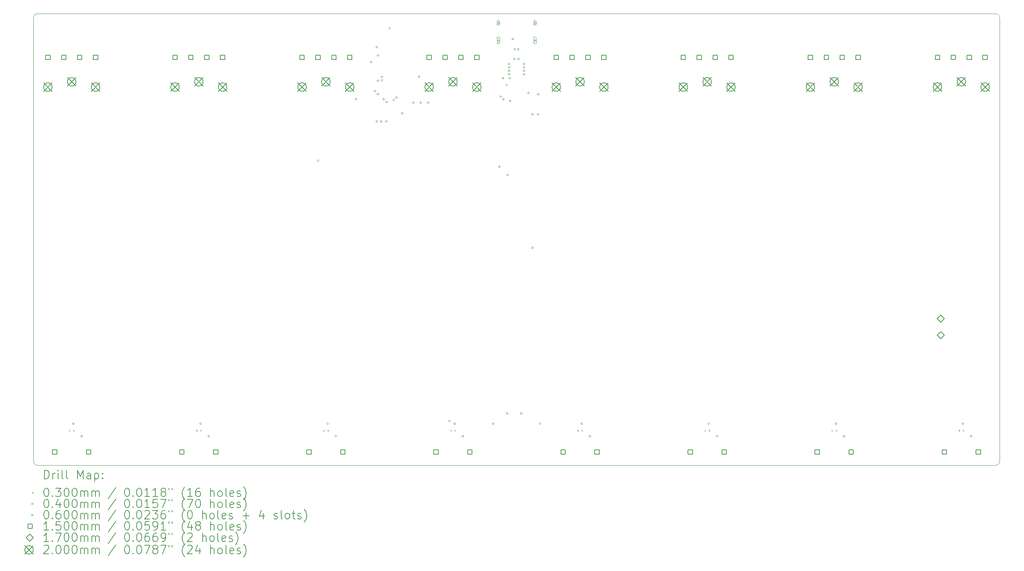
<source format=gbr>
%TF.GenerationSoftware,KiCad,Pcbnew,8.0.3*%
%TF.CreationDate,2024-07-14T23:54:20+02:00*%
%TF.ProjectId,faderboard,66616465-7262-46f6-9172-642e6b696361,rev?*%
%TF.SameCoordinates,Original*%
%TF.FileFunction,Drillmap*%
%TF.FilePolarity,Positive*%
%FSLAX45Y45*%
G04 Gerber Fmt 4.5, Leading zero omitted, Abs format (unit mm)*
G04 Created by KiCad (PCBNEW 8.0.3) date 2024-07-14 23:54:20*
%MOMM*%
%LPD*%
G01*
G04 APERTURE LIST*
%ADD10C,0.100000*%
%ADD11C,0.200000*%
%ADD12C,0.150000*%
%ADD13C,0.170000*%
G04 APERTURE END LIST*
D10*
X26152500Y-2565000D02*
X26152500Y-13035000D01*
X3447500Y-13135000D02*
X26052500Y-13135000D01*
X3447500Y-13135000D02*
G75*
G02*
X3347500Y-13035000I0J100000D01*
G01*
X3347500Y-2565000D02*
X3347500Y-13035000D01*
X3447500Y-2465000D02*
X26052500Y-2465000D01*
X26152500Y-13035000D02*
G75*
G02*
X26052500Y-13135000I-100000J0D01*
G01*
X3347500Y-2565000D02*
G75*
G02*
X3447500Y-2465000I100000J0D01*
G01*
X26052500Y-2465000D02*
G75*
G02*
X26152500Y-2565000I0J-100000D01*
G01*
D11*
D10*
X4185000Y-12295000D02*
X4215000Y-12325000D01*
X4215000Y-12295000D02*
X4185000Y-12325000D01*
X4285000Y-12295000D02*
X4315000Y-12325000D01*
X4315000Y-12295000D02*
X4285000Y-12325000D01*
X7185000Y-12295000D02*
X7215000Y-12325000D01*
X7215000Y-12295000D02*
X7185000Y-12325000D01*
X7285000Y-12295000D02*
X7315000Y-12325000D01*
X7315000Y-12295000D02*
X7285000Y-12325000D01*
X10185000Y-12295000D02*
X10215000Y-12325000D01*
X10215000Y-12295000D02*
X10185000Y-12325000D01*
X10285000Y-12295000D02*
X10315000Y-12325000D01*
X10315000Y-12295000D02*
X10285000Y-12325000D01*
X13185000Y-12295000D02*
X13215000Y-12325000D01*
X13215000Y-12295000D02*
X13185000Y-12325000D01*
X13285000Y-12295000D02*
X13315000Y-12325000D01*
X13315000Y-12295000D02*
X13285000Y-12325000D01*
X16185000Y-12295000D02*
X16215000Y-12325000D01*
X16215000Y-12295000D02*
X16185000Y-12325000D01*
X16285000Y-12295000D02*
X16315000Y-12325000D01*
X16315000Y-12295000D02*
X16285000Y-12325000D01*
X19185000Y-12295000D02*
X19215000Y-12325000D01*
X19215000Y-12295000D02*
X19185000Y-12325000D01*
X19285000Y-12295000D02*
X19315000Y-12325000D01*
X19315000Y-12295000D02*
X19285000Y-12325000D01*
X22185000Y-12295000D02*
X22215000Y-12325000D01*
X22215000Y-12295000D02*
X22185000Y-12325000D01*
X22285000Y-12295000D02*
X22315000Y-12325000D01*
X22315000Y-12295000D02*
X22285000Y-12325000D01*
X25185000Y-12295000D02*
X25215000Y-12325000D01*
X25215000Y-12295000D02*
X25185000Y-12325000D01*
X25285000Y-12295000D02*
X25315000Y-12325000D01*
X25315000Y-12295000D02*
X25285000Y-12325000D01*
X4307500Y-12150000D02*
G75*
G02*
X4267500Y-12150000I-20000J0D01*
G01*
X4267500Y-12150000D02*
G75*
G02*
X4307500Y-12150000I20000J0D01*
G01*
X4502000Y-12449000D02*
G75*
G02*
X4462000Y-12449000I-20000J0D01*
G01*
X4462000Y-12449000D02*
G75*
G02*
X4502000Y-12449000I20000J0D01*
G01*
X7307500Y-12150000D02*
G75*
G02*
X7267500Y-12150000I-20000J0D01*
G01*
X7267500Y-12150000D02*
G75*
G02*
X7307500Y-12150000I20000J0D01*
G01*
X7502000Y-12449000D02*
G75*
G02*
X7462000Y-12449000I-20000J0D01*
G01*
X7462000Y-12449000D02*
G75*
G02*
X7502000Y-12449000I20000J0D01*
G01*
X10087500Y-5935533D02*
G75*
G02*
X10047500Y-5935533I-20000J0D01*
G01*
X10047500Y-5935533D02*
G75*
G02*
X10087500Y-5935533I20000J0D01*
G01*
X10307500Y-12150000D02*
G75*
G02*
X10267500Y-12150000I-20000J0D01*
G01*
X10267500Y-12150000D02*
G75*
G02*
X10307500Y-12150000I20000J0D01*
G01*
X10502000Y-12449000D02*
G75*
G02*
X10462000Y-12449000I-20000J0D01*
G01*
X10462000Y-12449000D02*
G75*
G02*
X10502000Y-12449000I20000J0D01*
G01*
X10975806Y-4485806D02*
G75*
G02*
X10935806Y-4485806I-20000J0D01*
G01*
X10935806Y-4485806D02*
G75*
G02*
X10975806Y-4485806I20000J0D01*
G01*
X11337455Y-3609063D02*
G75*
G02*
X11297455Y-3609063I-20000J0D01*
G01*
X11297455Y-3609063D02*
G75*
G02*
X11337455Y-3609063I20000J0D01*
G01*
X11426300Y-4296212D02*
G75*
G02*
X11386300Y-4296212I-20000J0D01*
G01*
X11386300Y-4296212D02*
G75*
G02*
X11426300Y-4296212I20000J0D01*
G01*
X11470000Y-3255000D02*
G75*
G02*
X11430000Y-3255000I-20000J0D01*
G01*
X11430000Y-3255000D02*
G75*
G02*
X11470000Y-3255000I20000J0D01*
G01*
X11470000Y-5011000D02*
G75*
G02*
X11430000Y-5011000I-20000J0D01*
G01*
X11430000Y-5011000D02*
G75*
G02*
X11470000Y-5011000I20000J0D01*
G01*
X11497011Y-4366923D02*
G75*
G02*
X11457011Y-4366923I-20000J0D01*
G01*
X11457011Y-4366923D02*
G75*
G02*
X11497011Y-4366923I20000J0D01*
G01*
X11498128Y-4051872D02*
G75*
G02*
X11458128Y-4051872I-20000J0D01*
G01*
X11458128Y-4051872D02*
G75*
G02*
X11498128Y-4051872I20000J0D01*
G01*
X11498649Y-3451351D02*
G75*
G02*
X11458649Y-3451351I-20000J0D01*
G01*
X11458649Y-3451351D02*
G75*
G02*
X11498649Y-3451351I20000J0D01*
G01*
X11572000Y-5011000D02*
G75*
G02*
X11532000Y-5011000I-20000J0D01*
G01*
X11532000Y-5011000D02*
G75*
G02*
X11572000Y-5011000I20000J0D01*
G01*
X11590000Y-3960000D02*
G75*
G02*
X11550000Y-3960000I-20000J0D01*
G01*
X11550000Y-3960000D02*
G75*
G02*
X11590000Y-3960000I20000J0D01*
G01*
X11590000Y-4040000D02*
G75*
G02*
X11550000Y-4040000I-20000J0D01*
G01*
X11550000Y-4040000D02*
G75*
G02*
X11590000Y-4040000I20000J0D01*
G01*
X11635380Y-4487183D02*
G75*
G02*
X11595380Y-4487183I-20000J0D01*
G01*
X11595380Y-4487183D02*
G75*
G02*
X11635380Y-4487183I20000J0D01*
G01*
X11697880Y-5011000D02*
G75*
G02*
X11657880Y-5011000I-20000J0D01*
G01*
X11657880Y-5011000D02*
G75*
G02*
X11697880Y-5011000I20000J0D01*
G01*
X11705986Y-4551977D02*
G75*
G02*
X11665986Y-4551977I-20000J0D01*
G01*
X11665986Y-4551977D02*
G75*
G02*
X11705986Y-4551977I20000J0D01*
G01*
X11770000Y-2812500D02*
G75*
G02*
X11730000Y-2812500I-20000J0D01*
G01*
X11730000Y-2812500D02*
G75*
G02*
X11770000Y-2812500I20000J0D01*
G01*
X11875038Y-4506564D02*
G75*
G02*
X11835038Y-4506564I-20000J0D01*
G01*
X11835038Y-4506564D02*
G75*
G02*
X11875038Y-4506564I20000J0D01*
G01*
X11935143Y-4446460D02*
G75*
G02*
X11895143Y-4446460I-20000J0D01*
G01*
X11895143Y-4446460D02*
G75*
G02*
X11935143Y-4446460I20000J0D01*
G01*
X12069487Y-4820513D02*
G75*
G02*
X12029487Y-4820513I-20000J0D01*
G01*
X12029487Y-4820513D02*
G75*
G02*
X12069487Y-4820513I20000J0D01*
G01*
X12331018Y-4566564D02*
G75*
G02*
X12291018Y-4566564I-20000J0D01*
G01*
X12291018Y-4566564D02*
G75*
G02*
X12331018Y-4566564I20000J0D01*
G01*
X12470000Y-3957500D02*
G75*
G02*
X12430000Y-3957500I-20000J0D01*
G01*
X12430000Y-3957500D02*
G75*
G02*
X12470000Y-3957500I20000J0D01*
G01*
X12507795Y-4566564D02*
G75*
G02*
X12467795Y-4566564I-20000J0D01*
G01*
X12467795Y-4566564D02*
G75*
G02*
X12507795Y-4566564I20000J0D01*
G01*
X12684572Y-4566564D02*
G75*
G02*
X12644572Y-4566564I-20000J0D01*
G01*
X12644572Y-4566564D02*
G75*
G02*
X12684572Y-4566564I20000J0D01*
G01*
X13182500Y-12087500D02*
G75*
G02*
X13142500Y-12087500I-20000J0D01*
G01*
X13142500Y-12087500D02*
G75*
G02*
X13182500Y-12087500I20000J0D01*
G01*
X13307500Y-12150000D02*
G75*
G02*
X13267500Y-12150000I-20000J0D01*
G01*
X13267500Y-12150000D02*
G75*
G02*
X13307500Y-12150000I20000J0D01*
G01*
X13502000Y-12449000D02*
G75*
G02*
X13462000Y-12449000I-20000J0D01*
G01*
X13462000Y-12449000D02*
G75*
G02*
X13502000Y-12449000I20000J0D01*
G01*
X14220000Y-12150000D02*
G75*
G02*
X14180000Y-12150000I-20000J0D01*
G01*
X14180000Y-12150000D02*
G75*
G02*
X14220000Y-12150000I20000J0D01*
G01*
X14367500Y-6079000D02*
G75*
G02*
X14327500Y-6079000I-20000J0D01*
G01*
X14327500Y-6079000D02*
G75*
G02*
X14367500Y-6079000I20000J0D01*
G01*
X14398998Y-4427064D02*
G75*
G02*
X14358998Y-4427064I-20000J0D01*
G01*
X14358998Y-4427064D02*
G75*
G02*
X14398998Y-4427064I20000J0D01*
G01*
X14450000Y-3990000D02*
G75*
G02*
X14410000Y-3990000I-20000J0D01*
G01*
X14410000Y-3990000D02*
G75*
G02*
X14450000Y-3990000I20000J0D01*
G01*
X14459103Y-4487169D02*
G75*
G02*
X14419103Y-4487169I-20000J0D01*
G01*
X14419103Y-4487169D02*
G75*
G02*
X14459103Y-4487169I20000J0D01*
G01*
X14532500Y-4150000D02*
G75*
G02*
X14492500Y-4150000I-20000J0D01*
G01*
X14492500Y-4150000D02*
G75*
G02*
X14532500Y-4150000I20000J0D01*
G01*
X14550000Y-11909000D02*
G75*
G02*
X14510000Y-11909000I-20000J0D01*
G01*
X14510000Y-11909000D02*
G75*
G02*
X14550000Y-11909000I20000J0D01*
G01*
X14562500Y-6275000D02*
G75*
G02*
X14522500Y-6275000I-20000J0D01*
G01*
X14522500Y-6275000D02*
G75*
G02*
X14562500Y-6275000I20000J0D01*
G01*
X14595000Y-3655000D02*
G75*
G02*
X14555000Y-3655000I-20000J0D01*
G01*
X14555000Y-3655000D02*
G75*
G02*
X14595000Y-3655000I20000J0D01*
G01*
X14595000Y-3735000D02*
G75*
G02*
X14555000Y-3735000I-20000J0D01*
G01*
X14555000Y-3735000D02*
G75*
G02*
X14595000Y-3735000I20000J0D01*
G01*
X14595000Y-3815000D02*
G75*
G02*
X14555000Y-3815000I-20000J0D01*
G01*
X14555000Y-3815000D02*
G75*
G02*
X14595000Y-3815000I20000J0D01*
G01*
X14595000Y-3895000D02*
G75*
G02*
X14555000Y-3895000I-20000J0D01*
G01*
X14555000Y-3895000D02*
G75*
G02*
X14595000Y-3895000I20000J0D01*
G01*
X14610000Y-3990000D02*
G75*
G02*
X14570000Y-3990000I-20000J0D01*
G01*
X14570000Y-3990000D02*
G75*
G02*
X14610000Y-3990000I20000J0D01*
G01*
X14615500Y-4529250D02*
G75*
G02*
X14575500Y-4529250I-20000J0D01*
G01*
X14575500Y-4529250D02*
G75*
G02*
X14615500Y-4529250I20000J0D01*
G01*
X14680000Y-3066000D02*
G75*
G02*
X14640000Y-3066000I-20000J0D01*
G01*
X14640000Y-3066000D02*
G75*
G02*
X14680000Y-3066000I20000J0D01*
G01*
X14720000Y-3537000D02*
G75*
G02*
X14680000Y-3537000I-20000J0D01*
G01*
X14680000Y-3537000D02*
G75*
G02*
X14720000Y-3537000I20000J0D01*
G01*
X14730000Y-3307000D02*
G75*
G02*
X14690000Y-3307000I-20000J0D01*
G01*
X14690000Y-3307000D02*
G75*
G02*
X14730000Y-3307000I20000J0D01*
G01*
X14810000Y-3307000D02*
G75*
G02*
X14770000Y-3307000I-20000J0D01*
G01*
X14770000Y-3307000D02*
G75*
G02*
X14810000Y-3307000I20000J0D01*
G01*
X14820000Y-3537000D02*
G75*
G02*
X14780000Y-3537000I-20000J0D01*
G01*
X14780000Y-3537000D02*
G75*
G02*
X14820000Y-3537000I20000J0D01*
G01*
X14880000Y-11909000D02*
G75*
G02*
X14840000Y-11909000I-20000J0D01*
G01*
X14840000Y-11909000D02*
G75*
G02*
X14880000Y-11909000I20000J0D01*
G01*
X14945000Y-3655000D02*
G75*
G02*
X14905000Y-3655000I-20000J0D01*
G01*
X14905000Y-3655000D02*
G75*
G02*
X14945000Y-3655000I20000J0D01*
G01*
X14945000Y-3735000D02*
G75*
G02*
X14905000Y-3735000I-20000J0D01*
G01*
X14905000Y-3735000D02*
G75*
G02*
X14945000Y-3735000I20000J0D01*
G01*
X14945000Y-3815000D02*
G75*
G02*
X14905000Y-3815000I-20000J0D01*
G01*
X14905000Y-3815000D02*
G75*
G02*
X14945000Y-3815000I20000J0D01*
G01*
X14945000Y-3895000D02*
G75*
G02*
X14905000Y-3895000I-20000J0D01*
G01*
X14905000Y-3895000D02*
G75*
G02*
X14945000Y-3895000I20000J0D01*
G01*
X15050000Y-4338000D02*
G75*
G02*
X15010000Y-4338000I-20000J0D01*
G01*
X15010000Y-4338000D02*
G75*
G02*
X15050000Y-4338000I20000J0D01*
G01*
X15145500Y-4840500D02*
G75*
G02*
X15105500Y-4840500I-20000J0D01*
G01*
X15105500Y-4840500D02*
G75*
G02*
X15145500Y-4840500I20000J0D01*
G01*
X15145500Y-7991490D02*
G75*
G02*
X15105500Y-7991490I-20000J0D01*
G01*
X15105500Y-7991490D02*
G75*
G02*
X15145500Y-7991490I20000J0D01*
G01*
X15280500Y-4370000D02*
G75*
G02*
X15240500Y-4370000I-20000J0D01*
G01*
X15240500Y-4370000D02*
G75*
G02*
X15280500Y-4370000I20000J0D01*
G01*
X15280500Y-4840500D02*
G75*
G02*
X15240500Y-4840500I-20000J0D01*
G01*
X15240500Y-4840500D02*
G75*
G02*
X15280500Y-4840500I20000J0D01*
G01*
X15320000Y-12150000D02*
G75*
G02*
X15280000Y-12150000I-20000J0D01*
G01*
X15280000Y-12150000D02*
G75*
G02*
X15320000Y-12150000I20000J0D01*
G01*
X16307500Y-12150000D02*
G75*
G02*
X16267500Y-12150000I-20000J0D01*
G01*
X16267500Y-12150000D02*
G75*
G02*
X16307500Y-12150000I20000J0D01*
G01*
X16502000Y-12449000D02*
G75*
G02*
X16462000Y-12449000I-20000J0D01*
G01*
X16462000Y-12449000D02*
G75*
G02*
X16502000Y-12449000I20000J0D01*
G01*
X19307500Y-12150000D02*
G75*
G02*
X19267500Y-12150000I-20000J0D01*
G01*
X19267500Y-12150000D02*
G75*
G02*
X19307500Y-12150000I20000J0D01*
G01*
X19502000Y-12449000D02*
G75*
G02*
X19462000Y-12449000I-20000J0D01*
G01*
X19462000Y-12449000D02*
G75*
G02*
X19502000Y-12449000I20000J0D01*
G01*
X22307500Y-12150000D02*
G75*
G02*
X22267500Y-12150000I-20000J0D01*
G01*
X22267500Y-12150000D02*
G75*
G02*
X22307500Y-12150000I20000J0D01*
G01*
X22502000Y-12449000D02*
G75*
G02*
X22462000Y-12449000I-20000J0D01*
G01*
X22462000Y-12449000D02*
G75*
G02*
X22502000Y-12449000I20000J0D01*
G01*
X25307500Y-12150000D02*
G75*
G02*
X25267500Y-12150000I-20000J0D01*
G01*
X25267500Y-12150000D02*
G75*
G02*
X25307500Y-12150000I20000J0D01*
G01*
X25502000Y-12449000D02*
G75*
G02*
X25462000Y-12449000I-20000J0D01*
G01*
X25462000Y-12449000D02*
G75*
G02*
X25502000Y-12449000I20000J0D01*
G01*
X14318000Y-2649000D02*
X14318000Y-2709000D01*
X14288000Y-2679000D02*
X14348000Y-2679000D01*
X14348000Y-2709000D02*
X14348000Y-2649000D01*
X14288000Y-2649000D02*
G75*
G02*
X14348000Y-2649000I30000J0D01*
G01*
X14288000Y-2649000D02*
X14288000Y-2709000D01*
X14288000Y-2709000D02*
G75*
G03*
X14348000Y-2709000I30000J0D01*
G01*
X14318000Y-3067000D02*
X14318000Y-3127000D01*
X14288000Y-3097000D02*
X14348000Y-3097000D01*
X14348000Y-3152000D02*
X14348000Y-3042000D01*
X14288000Y-3042000D02*
G75*
G02*
X14348000Y-3042000I30000J0D01*
G01*
X14288000Y-3042000D02*
X14288000Y-3152000D01*
X14288000Y-3152000D02*
G75*
G03*
X14348000Y-3152000I30000J0D01*
G01*
X15182000Y-2649000D02*
X15182000Y-2709000D01*
X15152000Y-2679000D02*
X15212000Y-2679000D01*
X15212000Y-2709000D02*
X15212000Y-2649000D01*
X15152000Y-2649000D02*
G75*
G02*
X15212000Y-2649000I30000J0D01*
G01*
X15152000Y-2649000D02*
X15152000Y-2709000D01*
X15152000Y-2709000D02*
G75*
G03*
X15212000Y-2709000I30000J0D01*
G01*
X15182000Y-3067000D02*
X15182000Y-3127000D01*
X15152000Y-3097000D02*
X15212000Y-3097000D01*
X15212000Y-3152000D02*
X15212000Y-3042000D01*
X15152000Y-3042000D02*
G75*
G02*
X15212000Y-3042000I30000J0D01*
G01*
X15152000Y-3042000D02*
X15152000Y-3152000D01*
X15152000Y-3152000D02*
G75*
G03*
X15212000Y-3152000I30000J0D01*
G01*
D12*
X3740533Y-3553033D02*
X3740533Y-3446966D01*
X3634466Y-3446966D01*
X3634466Y-3553033D01*
X3740533Y-3553033D01*
X3903033Y-12873033D02*
X3903033Y-12766966D01*
X3796966Y-12766966D01*
X3796966Y-12873033D01*
X3903033Y-12873033D01*
X4115533Y-3553033D02*
X4115533Y-3446966D01*
X4009466Y-3446966D01*
X4009466Y-3553033D01*
X4115533Y-3553033D01*
X4490534Y-3553033D02*
X4490534Y-3446966D01*
X4384467Y-3446966D01*
X4384467Y-3553033D01*
X4490534Y-3553033D01*
X4703034Y-12873033D02*
X4703034Y-12766966D01*
X4596967Y-12766966D01*
X4596967Y-12873033D01*
X4703034Y-12873033D01*
X4865534Y-3553033D02*
X4865534Y-3446966D01*
X4759467Y-3446966D01*
X4759467Y-3553033D01*
X4865534Y-3553033D01*
X6740533Y-3553033D02*
X6740533Y-3446966D01*
X6634466Y-3446966D01*
X6634466Y-3553033D01*
X6740533Y-3553033D01*
X6903033Y-12873033D02*
X6903033Y-12766966D01*
X6796966Y-12766966D01*
X6796966Y-12873033D01*
X6903033Y-12873033D01*
X7115533Y-3553033D02*
X7115533Y-3446966D01*
X7009466Y-3446966D01*
X7009466Y-3553033D01*
X7115533Y-3553033D01*
X7490533Y-3553033D02*
X7490533Y-3446966D01*
X7384466Y-3446966D01*
X7384466Y-3553033D01*
X7490533Y-3553033D01*
X7703033Y-12873033D02*
X7703033Y-12766966D01*
X7596966Y-12766966D01*
X7596966Y-12873033D01*
X7703033Y-12873033D01*
X7865533Y-3553033D02*
X7865533Y-3446966D01*
X7759466Y-3446966D01*
X7759466Y-3553033D01*
X7865533Y-3553033D01*
X9740534Y-3553033D02*
X9740534Y-3446966D01*
X9634467Y-3446966D01*
X9634467Y-3553033D01*
X9740534Y-3553033D01*
X9903034Y-12873033D02*
X9903034Y-12766966D01*
X9796967Y-12766966D01*
X9796967Y-12873033D01*
X9903034Y-12873033D01*
X10115534Y-3553033D02*
X10115534Y-3446966D01*
X10009467Y-3446966D01*
X10009467Y-3553033D01*
X10115534Y-3553033D01*
X10490534Y-3553033D02*
X10490534Y-3446966D01*
X10384467Y-3446966D01*
X10384467Y-3553033D01*
X10490534Y-3553033D01*
X10703034Y-12873033D02*
X10703034Y-12766966D01*
X10596967Y-12766966D01*
X10596967Y-12873033D01*
X10703034Y-12873033D01*
X10865534Y-3553033D02*
X10865534Y-3446966D01*
X10759467Y-3446966D01*
X10759467Y-3553033D01*
X10865534Y-3553033D01*
X12740533Y-3553033D02*
X12740533Y-3446966D01*
X12634466Y-3446966D01*
X12634466Y-3553033D01*
X12740533Y-3553033D01*
X12903033Y-12873033D02*
X12903033Y-12766966D01*
X12796966Y-12766966D01*
X12796966Y-12873033D01*
X12903033Y-12873033D01*
X13115533Y-3553033D02*
X13115533Y-3446966D01*
X13009466Y-3446966D01*
X13009466Y-3553033D01*
X13115533Y-3553033D01*
X13490533Y-3553033D02*
X13490533Y-3446966D01*
X13384466Y-3446966D01*
X13384466Y-3553033D01*
X13490533Y-3553033D01*
X13703033Y-12873033D02*
X13703033Y-12766966D01*
X13596966Y-12766966D01*
X13596966Y-12873033D01*
X13703033Y-12873033D01*
X13865533Y-3553033D02*
X13865533Y-3446966D01*
X13759466Y-3446966D01*
X13759466Y-3553033D01*
X13865533Y-3553033D01*
X15740533Y-3553033D02*
X15740533Y-3446966D01*
X15634466Y-3446966D01*
X15634466Y-3553033D01*
X15740533Y-3553033D01*
X15903033Y-12873033D02*
X15903033Y-12766966D01*
X15796966Y-12766966D01*
X15796966Y-12873033D01*
X15903033Y-12873033D01*
X16115533Y-3553033D02*
X16115533Y-3446966D01*
X16009466Y-3446966D01*
X16009466Y-3553033D01*
X16115533Y-3553033D01*
X16490533Y-3553033D02*
X16490533Y-3446966D01*
X16384466Y-3446966D01*
X16384466Y-3553033D01*
X16490533Y-3553033D01*
X16703033Y-12873033D02*
X16703033Y-12766966D01*
X16596966Y-12766966D01*
X16596966Y-12873033D01*
X16703033Y-12873033D01*
X16865534Y-3553033D02*
X16865534Y-3446966D01*
X16759466Y-3446966D01*
X16759466Y-3553033D01*
X16865534Y-3553033D01*
X18740534Y-3553033D02*
X18740534Y-3446966D01*
X18634467Y-3446966D01*
X18634467Y-3553033D01*
X18740534Y-3553033D01*
X18903034Y-12873033D02*
X18903034Y-12766966D01*
X18796967Y-12766966D01*
X18796967Y-12873033D01*
X18903034Y-12873033D01*
X19115534Y-3553033D02*
X19115534Y-3446966D01*
X19009467Y-3446966D01*
X19009467Y-3553033D01*
X19115534Y-3553033D01*
X19490534Y-3553033D02*
X19490534Y-3446966D01*
X19384467Y-3446966D01*
X19384467Y-3553033D01*
X19490534Y-3553033D01*
X19703034Y-12873033D02*
X19703034Y-12766966D01*
X19596967Y-12766966D01*
X19596967Y-12873033D01*
X19703034Y-12873033D01*
X19865534Y-3553033D02*
X19865534Y-3446966D01*
X19759467Y-3446966D01*
X19759467Y-3553033D01*
X19865534Y-3553033D01*
X21740534Y-3553033D02*
X21740534Y-3446966D01*
X21634467Y-3446966D01*
X21634467Y-3553033D01*
X21740534Y-3553033D01*
X21903034Y-12873033D02*
X21903034Y-12766966D01*
X21796967Y-12766966D01*
X21796967Y-12873033D01*
X21903034Y-12873033D01*
X22115534Y-3553033D02*
X22115534Y-3446966D01*
X22009467Y-3446966D01*
X22009467Y-3553033D01*
X22115534Y-3553033D01*
X22490533Y-3553033D02*
X22490533Y-3446966D01*
X22384466Y-3446966D01*
X22384466Y-3553033D01*
X22490533Y-3553033D01*
X22703033Y-12873033D02*
X22703033Y-12766966D01*
X22596966Y-12766966D01*
X22596966Y-12873033D01*
X22703033Y-12873033D01*
X22865533Y-3553033D02*
X22865533Y-3446966D01*
X22759466Y-3446966D01*
X22759466Y-3553033D01*
X22865533Y-3553033D01*
X24740533Y-3553033D02*
X24740533Y-3446966D01*
X24634466Y-3446966D01*
X24634466Y-3553033D01*
X24740533Y-3553033D01*
X24903033Y-12873033D02*
X24903033Y-12766966D01*
X24796966Y-12766966D01*
X24796966Y-12873033D01*
X24903033Y-12873033D01*
X25115533Y-3553033D02*
X25115533Y-3446966D01*
X25009466Y-3446966D01*
X25009466Y-3553033D01*
X25115533Y-3553033D01*
X25490533Y-3553033D02*
X25490533Y-3446966D01*
X25384466Y-3446966D01*
X25384466Y-3553033D01*
X25490533Y-3553033D01*
X25703033Y-12873033D02*
X25703033Y-12766966D01*
X25596966Y-12766966D01*
X25596966Y-12873033D01*
X25703033Y-12873033D01*
X25865533Y-3553033D02*
X25865533Y-3446966D01*
X25759466Y-3446966D01*
X25759466Y-3553033D01*
X25865533Y-3553033D01*
D13*
X24762500Y-9752000D02*
X24847500Y-9667000D01*
X24762500Y-9582000D01*
X24677500Y-9667000D01*
X24762500Y-9752000D01*
X24762500Y-10148000D02*
X24847500Y-10063000D01*
X24762500Y-9978000D01*
X24677500Y-10063000D01*
X24762500Y-10148000D01*
D11*
X3587500Y-4100000D02*
X3787500Y-4300000D01*
X3787500Y-4100000D02*
X3587500Y-4300000D01*
X3787500Y-4200000D02*
G75*
G02*
X3587500Y-4200000I-100000J0D01*
G01*
X3587500Y-4200000D02*
G75*
G02*
X3787500Y-4200000I100000J0D01*
G01*
X4150000Y-3975000D02*
X4350000Y-4175000D01*
X4350000Y-3975000D02*
X4150000Y-4175000D01*
X4350000Y-4075000D02*
G75*
G02*
X4150000Y-4075000I-100000J0D01*
G01*
X4150000Y-4075000D02*
G75*
G02*
X4350000Y-4075000I100000J0D01*
G01*
X4712500Y-4100000D02*
X4912500Y-4300000D01*
X4912500Y-4100000D02*
X4712500Y-4300000D01*
X4912500Y-4200000D02*
G75*
G02*
X4712500Y-4200000I-100000J0D01*
G01*
X4712500Y-4200000D02*
G75*
G02*
X4912500Y-4200000I100000J0D01*
G01*
X6587500Y-4100000D02*
X6787500Y-4300000D01*
X6787500Y-4100000D02*
X6587500Y-4300000D01*
X6787500Y-4200000D02*
G75*
G02*
X6587500Y-4200000I-100000J0D01*
G01*
X6587500Y-4200000D02*
G75*
G02*
X6787500Y-4200000I100000J0D01*
G01*
X7150000Y-3975000D02*
X7350000Y-4175000D01*
X7350000Y-3975000D02*
X7150000Y-4175000D01*
X7350000Y-4075000D02*
G75*
G02*
X7150000Y-4075000I-100000J0D01*
G01*
X7150000Y-4075000D02*
G75*
G02*
X7350000Y-4075000I100000J0D01*
G01*
X7712500Y-4100000D02*
X7912500Y-4300000D01*
X7912500Y-4100000D02*
X7712500Y-4300000D01*
X7912500Y-4200000D02*
G75*
G02*
X7712500Y-4200000I-100000J0D01*
G01*
X7712500Y-4200000D02*
G75*
G02*
X7912500Y-4200000I100000J0D01*
G01*
X9587500Y-4100000D02*
X9787500Y-4300000D01*
X9787500Y-4100000D02*
X9587500Y-4300000D01*
X9787500Y-4200000D02*
G75*
G02*
X9587500Y-4200000I-100000J0D01*
G01*
X9587500Y-4200000D02*
G75*
G02*
X9787500Y-4200000I100000J0D01*
G01*
X10150000Y-3975000D02*
X10350000Y-4175000D01*
X10350000Y-3975000D02*
X10150000Y-4175000D01*
X10350000Y-4075000D02*
G75*
G02*
X10150000Y-4075000I-100000J0D01*
G01*
X10150000Y-4075000D02*
G75*
G02*
X10350000Y-4075000I100000J0D01*
G01*
X10712500Y-4100000D02*
X10912500Y-4300000D01*
X10912500Y-4100000D02*
X10712500Y-4300000D01*
X10912500Y-4200000D02*
G75*
G02*
X10712500Y-4200000I-100000J0D01*
G01*
X10712500Y-4200000D02*
G75*
G02*
X10912500Y-4200000I100000J0D01*
G01*
X12587500Y-4100000D02*
X12787500Y-4300000D01*
X12787500Y-4100000D02*
X12587500Y-4300000D01*
X12787500Y-4200000D02*
G75*
G02*
X12587500Y-4200000I-100000J0D01*
G01*
X12587500Y-4200000D02*
G75*
G02*
X12787500Y-4200000I100000J0D01*
G01*
X13150000Y-3975000D02*
X13350000Y-4175000D01*
X13350000Y-3975000D02*
X13150000Y-4175000D01*
X13350000Y-4075000D02*
G75*
G02*
X13150000Y-4075000I-100000J0D01*
G01*
X13150000Y-4075000D02*
G75*
G02*
X13350000Y-4075000I100000J0D01*
G01*
X13712500Y-4100000D02*
X13912500Y-4300000D01*
X13912500Y-4100000D02*
X13712500Y-4300000D01*
X13912500Y-4200000D02*
G75*
G02*
X13712500Y-4200000I-100000J0D01*
G01*
X13712500Y-4200000D02*
G75*
G02*
X13912500Y-4200000I100000J0D01*
G01*
X15587500Y-4100000D02*
X15787500Y-4300000D01*
X15787500Y-4100000D02*
X15587500Y-4300000D01*
X15787500Y-4200000D02*
G75*
G02*
X15587500Y-4200000I-100000J0D01*
G01*
X15587500Y-4200000D02*
G75*
G02*
X15787500Y-4200000I100000J0D01*
G01*
X16150000Y-3975000D02*
X16350000Y-4175000D01*
X16350000Y-3975000D02*
X16150000Y-4175000D01*
X16350000Y-4075000D02*
G75*
G02*
X16150000Y-4075000I-100000J0D01*
G01*
X16150000Y-4075000D02*
G75*
G02*
X16350000Y-4075000I100000J0D01*
G01*
X16712500Y-4100000D02*
X16912500Y-4300000D01*
X16912500Y-4100000D02*
X16712500Y-4300000D01*
X16912500Y-4200000D02*
G75*
G02*
X16712500Y-4200000I-100000J0D01*
G01*
X16712500Y-4200000D02*
G75*
G02*
X16912500Y-4200000I100000J0D01*
G01*
X18587500Y-4100000D02*
X18787500Y-4300000D01*
X18787500Y-4100000D02*
X18587500Y-4300000D01*
X18787500Y-4200000D02*
G75*
G02*
X18587500Y-4200000I-100000J0D01*
G01*
X18587500Y-4200000D02*
G75*
G02*
X18787500Y-4200000I100000J0D01*
G01*
X19150000Y-3975000D02*
X19350000Y-4175000D01*
X19350000Y-3975000D02*
X19150000Y-4175000D01*
X19350000Y-4075000D02*
G75*
G02*
X19150000Y-4075000I-100000J0D01*
G01*
X19150000Y-4075000D02*
G75*
G02*
X19350000Y-4075000I100000J0D01*
G01*
X19712500Y-4100000D02*
X19912500Y-4300000D01*
X19912500Y-4100000D02*
X19712500Y-4300000D01*
X19912500Y-4200000D02*
G75*
G02*
X19712500Y-4200000I-100000J0D01*
G01*
X19712500Y-4200000D02*
G75*
G02*
X19912500Y-4200000I100000J0D01*
G01*
X21587500Y-4100000D02*
X21787500Y-4300000D01*
X21787500Y-4100000D02*
X21587500Y-4300000D01*
X21787500Y-4200000D02*
G75*
G02*
X21587500Y-4200000I-100000J0D01*
G01*
X21587500Y-4200000D02*
G75*
G02*
X21787500Y-4200000I100000J0D01*
G01*
X22150000Y-3975000D02*
X22350000Y-4175000D01*
X22350000Y-3975000D02*
X22150000Y-4175000D01*
X22350000Y-4075000D02*
G75*
G02*
X22150000Y-4075000I-100000J0D01*
G01*
X22150000Y-4075000D02*
G75*
G02*
X22350000Y-4075000I100000J0D01*
G01*
X22712500Y-4100000D02*
X22912500Y-4300000D01*
X22912500Y-4100000D02*
X22712500Y-4300000D01*
X22912500Y-4200000D02*
G75*
G02*
X22712500Y-4200000I-100000J0D01*
G01*
X22712500Y-4200000D02*
G75*
G02*
X22912500Y-4200000I100000J0D01*
G01*
X24587500Y-4100000D02*
X24787500Y-4300000D01*
X24787500Y-4100000D02*
X24587500Y-4300000D01*
X24787500Y-4200000D02*
G75*
G02*
X24587500Y-4200000I-100000J0D01*
G01*
X24587500Y-4200000D02*
G75*
G02*
X24787500Y-4200000I100000J0D01*
G01*
X25150000Y-3975000D02*
X25350000Y-4175000D01*
X25350000Y-3975000D02*
X25150000Y-4175000D01*
X25350000Y-4075000D02*
G75*
G02*
X25150000Y-4075000I-100000J0D01*
G01*
X25150000Y-4075000D02*
G75*
G02*
X25350000Y-4075000I100000J0D01*
G01*
X25712500Y-4100000D02*
X25912500Y-4300000D01*
X25912500Y-4100000D02*
X25712500Y-4300000D01*
X25912500Y-4200000D02*
G75*
G02*
X25712500Y-4200000I-100000J0D01*
G01*
X25712500Y-4200000D02*
G75*
G02*
X25912500Y-4200000I100000J0D01*
G01*
X3603277Y-13451484D02*
X3603277Y-13251484D01*
X3603277Y-13251484D02*
X3650896Y-13251484D01*
X3650896Y-13251484D02*
X3679467Y-13261008D01*
X3679467Y-13261008D02*
X3698515Y-13280055D01*
X3698515Y-13280055D02*
X3708039Y-13299103D01*
X3708039Y-13299103D02*
X3717562Y-13337198D01*
X3717562Y-13337198D02*
X3717562Y-13365769D01*
X3717562Y-13365769D02*
X3708039Y-13403865D01*
X3708039Y-13403865D02*
X3698515Y-13422912D01*
X3698515Y-13422912D02*
X3679467Y-13441960D01*
X3679467Y-13441960D02*
X3650896Y-13451484D01*
X3650896Y-13451484D02*
X3603277Y-13451484D01*
X3803277Y-13451484D02*
X3803277Y-13318150D01*
X3803277Y-13356246D02*
X3812801Y-13337198D01*
X3812801Y-13337198D02*
X3822324Y-13327674D01*
X3822324Y-13327674D02*
X3841372Y-13318150D01*
X3841372Y-13318150D02*
X3860420Y-13318150D01*
X3927086Y-13451484D02*
X3927086Y-13318150D01*
X3927086Y-13251484D02*
X3917562Y-13261008D01*
X3917562Y-13261008D02*
X3927086Y-13270531D01*
X3927086Y-13270531D02*
X3936610Y-13261008D01*
X3936610Y-13261008D02*
X3927086Y-13251484D01*
X3927086Y-13251484D02*
X3927086Y-13270531D01*
X4050896Y-13451484D02*
X4031848Y-13441960D01*
X4031848Y-13441960D02*
X4022324Y-13422912D01*
X4022324Y-13422912D02*
X4022324Y-13251484D01*
X4155658Y-13451484D02*
X4136610Y-13441960D01*
X4136610Y-13441960D02*
X4127086Y-13422912D01*
X4127086Y-13422912D02*
X4127086Y-13251484D01*
X4384229Y-13451484D02*
X4384229Y-13251484D01*
X4384229Y-13251484D02*
X4450896Y-13394341D01*
X4450896Y-13394341D02*
X4517563Y-13251484D01*
X4517563Y-13251484D02*
X4517563Y-13451484D01*
X4698515Y-13451484D02*
X4698515Y-13346722D01*
X4698515Y-13346722D02*
X4688991Y-13327674D01*
X4688991Y-13327674D02*
X4669944Y-13318150D01*
X4669944Y-13318150D02*
X4631848Y-13318150D01*
X4631848Y-13318150D02*
X4612801Y-13327674D01*
X4698515Y-13441960D02*
X4679467Y-13451484D01*
X4679467Y-13451484D02*
X4631848Y-13451484D01*
X4631848Y-13451484D02*
X4612801Y-13441960D01*
X4612801Y-13441960D02*
X4603277Y-13422912D01*
X4603277Y-13422912D02*
X4603277Y-13403865D01*
X4603277Y-13403865D02*
X4612801Y-13384817D01*
X4612801Y-13384817D02*
X4631848Y-13375293D01*
X4631848Y-13375293D02*
X4679467Y-13375293D01*
X4679467Y-13375293D02*
X4698515Y-13365769D01*
X4793753Y-13318150D02*
X4793753Y-13518150D01*
X4793753Y-13327674D02*
X4812801Y-13318150D01*
X4812801Y-13318150D02*
X4850896Y-13318150D01*
X4850896Y-13318150D02*
X4869944Y-13327674D01*
X4869944Y-13327674D02*
X4879467Y-13337198D01*
X4879467Y-13337198D02*
X4888991Y-13356246D01*
X4888991Y-13356246D02*
X4888991Y-13413388D01*
X4888991Y-13413388D02*
X4879467Y-13432436D01*
X4879467Y-13432436D02*
X4869944Y-13441960D01*
X4869944Y-13441960D02*
X4850896Y-13451484D01*
X4850896Y-13451484D02*
X4812801Y-13451484D01*
X4812801Y-13451484D02*
X4793753Y-13441960D01*
X4974705Y-13432436D02*
X4984229Y-13441960D01*
X4984229Y-13441960D02*
X4974705Y-13451484D01*
X4974705Y-13451484D02*
X4965182Y-13441960D01*
X4965182Y-13441960D02*
X4974705Y-13432436D01*
X4974705Y-13432436D02*
X4974705Y-13451484D01*
X4974705Y-13327674D02*
X4984229Y-13337198D01*
X4984229Y-13337198D02*
X4974705Y-13346722D01*
X4974705Y-13346722D02*
X4965182Y-13337198D01*
X4965182Y-13337198D02*
X4974705Y-13327674D01*
X4974705Y-13327674D02*
X4974705Y-13346722D01*
D10*
X3312500Y-13765000D02*
X3342500Y-13795000D01*
X3342500Y-13765000D02*
X3312500Y-13795000D01*
D11*
X3641372Y-13671484D02*
X3660420Y-13671484D01*
X3660420Y-13671484D02*
X3679467Y-13681008D01*
X3679467Y-13681008D02*
X3688991Y-13690531D01*
X3688991Y-13690531D02*
X3698515Y-13709579D01*
X3698515Y-13709579D02*
X3708039Y-13747674D01*
X3708039Y-13747674D02*
X3708039Y-13795293D01*
X3708039Y-13795293D02*
X3698515Y-13833388D01*
X3698515Y-13833388D02*
X3688991Y-13852436D01*
X3688991Y-13852436D02*
X3679467Y-13861960D01*
X3679467Y-13861960D02*
X3660420Y-13871484D01*
X3660420Y-13871484D02*
X3641372Y-13871484D01*
X3641372Y-13871484D02*
X3622324Y-13861960D01*
X3622324Y-13861960D02*
X3612801Y-13852436D01*
X3612801Y-13852436D02*
X3603277Y-13833388D01*
X3603277Y-13833388D02*
X3593753Y-13795293D01*
X3593753Y-13795293D02*
X3593753Y-13747674D01*
X3593753Y-13747674D02*
X3603277Y-13709579D01*
X3603277Y-13709579D02*
X3612801Y-13690531D01*
X3612801Y-13690531D02*
X3622324Y-13681008D01*
X3622324Y-13681008D02*
X3641372Y-13671484D01*
X3793753Y-13852436D02*
X3803277Y-13861960D01*
X3803277Y-13861960D02*
X3793753Y-13871484D01*
X3793753Y-13871484D02*
X3784229Y-13861960D01*
X3784229Y-13861960D02*
X3793753Y-13852436D01*
X3793753Y-13852436D02*
X3793753Y-13871484D01*
X3869943Y-13671484D02*
X3993753Y-13671484D01*
X3993753Y-13671484D02*
X3927086Y-13747674D01*
X3927086Y-13747674D02*
X3955658Y-13747674D01*
X3955658Y-13747674D02*
X3974705Y-13757198D01*
X3974705Y-13757198D02*
X3984229Y-13766722D01*
X3984229Y-13766722D02*
X3993753Y-13785769D01*
X3993753Y-13785769D02*
X3993753Y-13833388D01*
X3993753Y-13833388D02*
X3984229Y-13852436D01*
X3984229Y-13852436D02*
X3974705Y-13861960D01*
X3974705Y-13861960D02*
X3955658Y-13871484D01*
X3955658Y-13871484D02*
X3898515Y-13871484D01*
X3898515Y-13871484D02*
X3879467Y-13861960D01*
X3879467Y-13861960D02*
X3869943Y-13852436D01*
X4117562Y-13671484D02*
X4136610Y-13671484D01*
X4136610Y-13671484D02*
X4155658Y-13681008D01*
X4155658Y-13681008D02*
X4165182Y-13690531D01*
X4165182Y-13690531D02*
X4174705Y-13709579D01*
X4174705Y-13709579D02*
X4184229Y-13747674D01*
X4184229Y-13747674D02*
X4184229Y-13795293D01*
X4184229Y-13795293D02*
X4174705Y-13833388D01*
X4174705Y-13833388D02*
X4165182Y-13852436D01*
X4165182Y-13852436D02*
X4155658Y-13861960D01*
X4155658Y-13861960D02*
X4136610Y-13871484D01*
X4136610Y-13871484D02*
X4117562Y-13871484D01*
X4117562Y-13871484D02*
X4098515Y-13861960D01*
X4098515Y-13861960D02*
X4088991Y-13852436D01*
X4088991Y-13852436D02*
X4079467Y-13833388D01*
X4079467Y-13833388D02*
X4069943Y-13795293D01*
X4069943Y-13795293D02*
X4069943Y-13747674D01*
X4069943Y-13747674D02*
X4079467Y-13709579D01*
X4079467Y-13709579D02*
X4088991Y-13690531D01*
X4088991Y-13690531D02*
X4098515Y-13681008D01*
X4098515Y-13681008D02*
X4117562Y-13671484D01*
X4308039Y-13671484D02*
X4327086Y-13671484D01*
X4327086Y-13671484D02*
X4346134Y-13681008D01*
X4346134Y-13681008D02*
X4355658Y-13690531D01*
X4355658Y-13690531D02*
X4365182Y-13709579D01*
X4365182Y-13709579D02*
X4374705Y-13747674D01*
X4374705Y-13747674D02*
X4374705Y-13795293D01*
X4374705Y-13795293D02*
X4365182Y-13833388D01*
X4365182Y-13833388D02*
X4355658Y-13852436D01*
X4355658Y-13852436D02*
X4346134Y-13861960D01*
X4346134Y-13861960D02*
X4327086Y-13871484D01*
X4327086Y-13871484D02*
X4308039Y-13871484D01*
X4308039Y-13871484D02*
X4288991Y-13861960D01*
X4288991Y-13861960D02*
X4279467Y-13852436D01*
X4279467Y-13852436D02*
X4269944Y-13833388D01*
X4269944Y-13833388D02*
X4260420Y-13795293D01*
X4260420Y-13795293D02*
X4260420Y-13747674D01*
X4260420Y-13747674D02*
X4269944Y-13709579D01*
X4269944Y-13709579D02*
X4279467Y-13690531D01*
X4279467Y-13690531D02*
X4288991Y-13681008D01*
X4288991Y-13681008D02*
X4308039Y-13671484D01*
X4460420Y-13871484D02*
X4460420Y-13738150D01*
X4460420Y-13757198D02*
X4469944Y-13747674D01*
X4469944Y-13747674D02*
X4488991Y-13738150D01*
X4488991Y-13738150D02*
X4517563Y-13738150D01*
X4517563Y-13738150D02*
X4536610Y-13747674D01*
X4536610Y-13747674D02*
X4546134Y-13766722D01*
X4546134Y-13766722D02*
X4546134Y-13871484D01*
X4546134Y-13766722D02*
X4555658Y-13747674D01*
X4555658Y-13747674D02*
X4574705Y-13738150D01*
X4574705Y-13738150D02*
X4603277Y-13738150D01*
X4603277Y-13738150D02*
X4622325Y-13747674D01*
X4622325Y-13747674D02*
X4631848Y-13766722D01*
X4631848Y-13766722D02*
X4631848Y-13871484D01*
X4727086Y-13871484D02*
X4727086Y-13738150D01*
X4727086Y-13757198D02*
X4736610Y-13747674D01*
X4736610Y-13747674D02*
X4755658Y-13738150D01*
X4755658Y-13738150D02*
X4784229Y-13738150D01*
X4784229Y-13738150D02*
X4803277Y-13747674D01*
X4803277Y-13747674D02*
X4812801Y-13766722D01*
X4812801Y-13766722D02*
X4812801Y-13871484D01*
X4812801Y-13766722D02*
X4822325Y-13747674D01*
X4822325Y-13747674D02*
X4841372Y-13738150D01*
X4841372Y-13738150D02*
X4869944Y-13738150D01*
X4869944Y-13738150D02*
X4888991Y-13747674D01*
X4888991Y-13747674D02*
X4898515Y-13766722D01*
X4898515Y-13766722D02*
X4898515Y-13871484D01*
X5288991Y-13661960D02*
X5117563Y-13919103D01*
X5546134Y-13671484D02*
X5565182Y-13671484D01*
X5565182Y-13671484D02*
X5584229Y-13681008D01*
X5584229Y-13681008D02*
X5593753Y-13690531D01*
X5593753Y-13690531D02*
X5603277Y-13709579D01*
X5603277Y-13709579D02*
X5612801Y-13747674D01*
X5612801Y-13747674D02*
X5612801Y-13795293D01*
X5612801Y-13795293D02*
X5603277Y-13833388D01*
X5603277Y-13833388D02*
X5593753Y-13852436D01*
X5593753Y-13852436D02*
X5584229Y-13861960D01*
X5584229Y-13861960D02*
X5565182Y-13871484D01*
X5565182Y-13871484D02*
X5546134Y-13871484D01*
X5546134Y-13871484D02*
X5527087Y-13861960D01*
X5527087Y-13861960D02*
X5517563Y-13852436D01*
X5517563Y-13852436D02*
X5508039Y-13833388D01*
X5508039Y-13833388D02*
X5498515Y-13795293D01*
X5498515Y-13795293D02*
X5498515Y-13747674D01*
X5498515Y-13747674D02*
X5508039Y-13709579D01*
X5508039Y-13709579D02*
X5517563Y-13690531D01*
X5517563Y-13690531D02*
X5527087Y-13681008D01*
X5527087Y-13681008D02*
X5546134Y-13671484D01*
X5698515Y-13852436D02*
X5708039Y-13861960D01*
X5708039Y-13861960D02*
X5698515Y-13871484D01*
X5698515Y-13871484D02*
X5688991Y-13861960D01*
X5688991Y-13861960D02*
X5698515Y-13852436D01*
X5698515Y-13852436D02*
X5698515Y-13871484D01*
X5831848Y-13671484D02*
X5850896Y-13671484D01*
X5850896Y-13671484D02*
X5869944Y-13681008D01*
X5869944Y-13681008D02*
X5879467Y-13690531D01*
X5879467Y-13690531D02*
X5888991Y-13709579D01*
X5888991Y-13709579D02*
X5898515Y-13747674D01*
X5898515Y-13747674D02*
X5898515Y-13795293D01*
X5898515Y-13795293D02*
X5888991Y-13833388D01*
X5888991Y-13833388D02*
X5879467Y-13852436D01*
X5879467Y-13852436D02*
X5869944Y-13861960D01*
X5869944Y-13861960D02*
X5850896Y-13871484D01*
X5850896Y-13871484D02*
X5831848Y-13871484D01*
X5831848Y-13871484D02*
X5812801Y-13861960D01*
X5812801Y-13861960D02*
X5803277Y-13852436D01*
X5803277Y-13852436D02*
X5793753Y-13833388D01*
X5793753Y-13833388D02*
X5784229Y-13795293D01*
X5784229Y-13795293D02*
X5784229Y-13747674D01*
X5784229Y-13747674D02*
X5793753Y-13709579D01*
X5793753Y-13709579D02*
X5803277Y-13690531D01*
X5803277Y-13690531D02*
X5812801Y-13681008D01*
X5812801Y-13681008D02*
X5831848Y-13671484D01*
X6088991Y-13871484D02*
X5974706Y-13871484D01*
X6031848Y-13871484D02*
X6031848Y-13671484D01*
X6031848Y-13671484D02*
X6012801Y-13700055D01*
X6012801Y-13700055D02*
X5993753Y-13719103D01*
X5993753Y-13719103D02*
X5974706Y-13728627D01*
X6279467Y-13871484D02*
X6165182Y-13871484D01*
X6222325Y-13871484D02*
X6222325Y-13671484D01*
X6222325Y-13671484D02*
X6203277Y-13700055D01*
X6203277Y-13700055D02*
X6184229Y-13719103D01*
X6184229Y-13719103D02*
X6165182Y-13728627D01*
X6393753Y-13757198D02*
X6374706Y-13747674D01*
X6374706Y-13747674D02*
X6365182Y-13738150D01*
X6365182Y-13738150D02*
X6355658Y-13719103D01*
X6355658Y-13719103D02*
X6355658Y-13709579D01*
X6355658Y-13709579D02*
X6365182Y-13690531D01*
X6365182Y-13690531D02*
X6374706Y-13681008D01*
X6374706Y-13681008D02*
X6393753Y-13671484D01*
X6393753Y-13671484D02*
X6431848Y-13671484D01*
X6431848Y-13671484D02*
X6450896Y-13681008D01*
X6450896Y-13681008D02*
X6460420Y-13690531D01*
X6460420Y-13690531D02*
X6469944Y-13709579D01*
X6469944Y-13709579D02*
X6469944Y-13719103D01*
X6469944Y-13719103D02*
X6460420Y-13738150D01*
X6460420Y-13738150D02*
X6450896Y-13747674D01*
X6450896Y-13747674D02*
X6431848Y-13757198D01*
X6431848Y-13757198D02*
X6393753Y-13757198D01*
X6393753Y-13757198D02*
X6374706Y-13766722D01*
X6374706Y-13766722D02*
X6365182Y-13776246D01*
X6365182Y-13776246D02*
X6355658Y-13795293D01*
X6355658Y-13795293D02*
X6355658Y-13833388D01*
X6355658Y-13833388D02*
X6365182Y-13852436D01*
X6365182Y-13852436D02*
X6374706Y-13861960D01*
X6374706Y-13861960D02*
X6393753Y-13871484D01*
X6393753Y-13871484D02*
X6431848Y-13871484D01*
X6431848Y-13871484D02*
X6450896Y-13861960D01*
X6450896Y-13861960D02*
X6460420Y-13852436D01*
X6460420Y-13852436D02*
X6469944Y-13833388D01*
X6469944Y-13833388D02*
X6469944Y-13795293D01*
X6469944Y-13795293D02*
X6460420Y-13776246D01*
X6460420Y-13776246D02*
X6450896Y-13766722D01*
X6450896Y-13766722D02*
X6431848Y-13757198D01*
X6546134Y-13671484D02*
X6546134Y-13709579D01*
X6622325Y-13671484D02*
X6622325Y-13709579D01*
X6917563Y-13947674D02*
X6908039Y-13938150D01*
X6908039Y-13938150D02*
X6888991Y-13909579D01*
X6888991Y-13909579D02*
X6879468Y-13890531D01*
X6879468Y-13890531D02*
X6869944Y-13861960D01*
X6869944Y-13861960D02*
X6860420Y-13814341D01*
X6860420Y-13814341D02*
X6860420Y-13776246D01*
X6860420Y-13776246D02*
X6869944Y-13728627D01*
X6869944Y-13728627D02*
X6879468Y-13700055D01*
X6879468Y-13700055D02*
X6888991Y-13681008D01*
X6888991Y-13681008D02*
X6908039Y-13652436D01*
X6908039Y-13652436D02*
X6917563Y-13642912D01*
X7098515Y-13871484D02*
X6984229Y-13871484D01*
X7041372Y-13871484D02*
X7041372Y-13671484D01*
X7041372Y-13671484D02*
X7022325Y-13700055D01*
X7022325Y-13700055D02*
X7003277Y-13719103D01*
X7003277Y-13719103D02*
X6984229Y-13728627D01*
X7269944Y-13671484D02*
X7231848Y-13671484D01*
X7231848Y-13671484D02*
X7212801Y-13681008D01*
X7212801Y-13681008D02*
X7203277Y-13690531D01*
X7203277Y-13690531D02*
X7184229Y-13719103D01*
X7184229Y-13719103D02*
X7174706Y-13757198D01*
X7174706Y-13757198D02*
X7174706Y-13833388D01*
X7174706Y-13833388D02*
X7184229Y-13852436D01*
X7184229Y-13852436D02*
X7193753Y-13861960D01*
X7193753Y-13861960D02*
X7212801Y-13871484D01*
X7212801Y-13871484D02*
X7250896Y-13871484D01*
X7250896Y-13871484D02*
X7269944Y-13861960D01*
X7269944Y-13861960D02*
X7279468Y-13852436D01*
X7279468Y-13852436D02*
X7288991Y-13833388D01*
X7288991Y-13833388D02*
X7288991Y-13785769D01*
X7288991Y-13785769D02*
X7279468Y-13766722D01*
X7279468Y-13766722D02*
X7269944Y-13757198D01*
X7269944Y-13757198D02*
X7250896Y-13747674D01*
X7250896Y-13747674D02*
X7212801Y-13747674D01*
X7212801Y-13747674D02*
X7193753Y-13757198D01*
X7193753Y-13757198D02*
X7184229Y-13766722D01*
X7184229Y-13766722D02*
X7174706Y-13785769D01*
X7527087Y-13871484D02*
X7527087Y-13671484D01*
X7612801Y-13871484D02*
X7612801Y-13766722D01*
X7612801Y-13766722D02*
X7603277Y-13747674D01*
X7603277Y-13747674D02*
X7584230Y-13738150D01*
X7584230Y-13738150D02*
X7555658Y-13738150D01*
X7555658Y-13738150D02*
X7536610Y-13747674D01*
X7536610Y-13747674D02*
X7527087Y-13757198D01*
X7736610Y-13871484D02*
X7717563Y-13861960D01*
X7717563Y-13861960D02*
X7708039Y-13852436D01*
X7708039Y-13852436D02*
X7698515Y-13833388D01*
X7698515Y-13833388D02*
X7698515Y-13776246D01*
X7698515Y-13776246D02*
X7708039Y-13757198D01*
X7708039Y-13757198D02*
X7717563Y-13747674D01*
X7717563Y-13747674D02*
X7736610Y-13738150D01*
X7736610Y-13738150D02*
X7765182Y-13738150D01*
X7765182Y-13738150D02*
X7784230Y-13747674D01*
X7784230Y-13747674D02*
X7793753Y-13757198D01*
X7793753Y-13757198D02*
X7803277Y-13776246D01*
X7803277Y-13776246D02*
X7803277Y-13833388D01*
X7803277Y-13833388D02*
X7793753Y-13852436D01*
X7793753Y-13852436D02*
X7784230Y-13861960D01*
X7784230Y-13861960D02*
X7765182Y-13871484D01*
X7765182Y-13871484D02*
X7736610Y-13871484D01*
X7917563Y-13871484D02*
X7898515Y-13861960D01*
X7898515Y-13861960D02*
X7888991Y-13842912D01*
X7888991Y-13842912D02*
X7888991Y-13671484D01*
X8069944Y-13861960D02*
X8050896Y-13871484D01*
X8050896Y-13871484D02*
X8012801Y-13871484D01*
X8012801Y-13871484D02*
X7993753Y-13861960D01*
X7993753Y-13861960D02*
X7984230Y-13842912D01*
X7984230Y-13842912D02*
X7984230Y-13766722D01*
X7984230Y-13766722D02*
X7993753Y-13747674D01*
X7993753Y-13747674D02*
X8012801Y-13738150D01*
X8012801Y-13738150D02*
X8050896Y-13738150D01*
X8050896Y-13738150D02*
X8069944Y-13747674D01*
X8069944Y-13747674D02*
X8079468Y-13766722D01*
X8079468Y-13766722D02*
X8079468Y-13785769D01*
X8079468Y-13785769D02*
X7984230Y-13804817D01*
X8155658Y-13861960D02*
X8174706Y-13871484D01*
X8174706Y-13871484D02*
X8212801Y-13871484D01*
X8212801Y-13871484D02*
X8231849Y-13861960D01*
X8231849Y-13861960D02*
X8241372Y-13842912D01*
X8241372Y-13842912D02*
X8241372Y-13833388D01*
X8241372Y-13833388D02*
X8231849Y-13814341D01*
X8231849Y-13814341D02*
X8212801Y-13804817D01*
X8212801Y-13804817D02*
X8184230Y-13804817D01*
X8184230Y-13804817D02*
X8165182Y-13795293D01*
X8165182Y-13795293D02*
X8155658Y-13776246D01*
X8155658Y-13776246D02*
X8155658Y-13766722D01*
X8155658Y-13766722D02*
X8165182Y-13747674D01*
X8165182Y-13747674D02*
X8184230Y-13738150D01*
X8184230Y-13738150D02*
X8212801Y-13738150D01*
X8212801Y-13738150D02*
X8231849Y-13747674D01*
X8308039Y-13947674D02*
X8317563Y-13938150D01*
X8317563Y-13938150D02*
X8336611Y-13909579D01*
X8336611Y-13909579D02*
X8346134Y-13890531D01*
X8346134Y-13890531D02*
X8355658Y-13861960D01*
X8355658Y-13861960D02*
X8365182Y-13814341D01*
X8365182Y-13814341D02*
X8365182Y-13776246D01*
X8365182Y-13776246D02*
X8355658Y-13728627D01*
X8355658Y-13728627D02*
X8346134Y-13700055D01*
X8346134Y-13700055D02*
X8336611Y-13681008D01*
X8336611Y-13681008D02*
X8317563Y-13652436D01*
X8317563Y-13652436D02*
X8308039Y-13642912D01*
D10*
X3342500Y-14044000D02*
G75*
G02*
X3302500Y-14044000I-20000J0D01*
G01*
X3302500Y-14044000D02*
G75*
G02*
X3342500Y-14044000I20000J0D01*
G01*
D11*
X3641372Y-13935484D02*
X3660420Y-13935484D01*
X3660420Y-13935484D02*
X3679467Y-13945008D01*
X3679467Y-13945008D02*
X3688991Y-13954531D01*
X3688991Y-13954531D02*
X3698515Y-13973579D01*
X3698515Y-13973579D02*
X3708039Y-14011674D01*
X3708039Y-14011674D02*
X3708039Y-14059293D01*
X3708039Y-14059293D02*
X3698515Y-14097388D01*
X3698515Y-14097388D02*
X3688991Y-14116436D01*
X3688991Y-14116436D02*
X3679467Y-14125960D01*
X3679467Y-14125960D02*
X3660420Y-14135484D01*
X3660420Y-14135484D02*
X3641372Y-14135484D01*
X3641372Y-14135484D02*
X3622324Y-14125960D01*
X3622324Y-14125960D02*
X3612801Y-14116436D01*
X3612801Y-14116436D02*
X3603277Y-14097388D01*
X3603277Y-14097388D02*
X3593753Y-14059293D01*
X3593753Y-14059293D02*
X3593753Y-14011674D01*
X3593753Y-14011674D02*
X3603277Y-13973579D01*
X3603277Y-13973579D02*
X3612801Y-13954531D01*
X3612801Y-13954531D02*
X3622324Y-13945008D01*
X3622324Y-13945008D02*
X3641372Y-13935484D01*
X3793753Y-14116436D02*
X3803277Y-14125960D01*
X3803277Y-14125960D02*
X3793753Y-14135484D01*
X3793753Y-14135484D02*
X3784229Y-14125960D01*
X3784229Y-14125960D02*
X3793753Y-14116436D01*
X3793753Y-14116436D02*
X3793753Y-14135484D01*
X3974705Y-14002150D02*
X3974705Y-14135484D01*
X3927086Y-13925960D02*
X3879467Y-14068817D01*
X3879467Y-14068817D02*
X4003277Y-14068817D01*
X4117562Y-13935484D02*
X4136610Y-13935484D01*
X4136610Y-13935484D02*
X4155658Y-13945008D01*
X4155658Y-13945008D02*
X4165182Y-13954531D01*
X4165182Y-13954531D02*
X4174705Y-13973579D01*
X4174705Y-13973579D02*
X4184229Y-14011674D01*
X4184229Y-14011674D02*
X4184229Y-14059293D01*
X4184229Y-14059293D02*
X4174705Y-14097388D01*
X4174705Y-14097388D02*
X4165182Y-14116436D01*
X4165182Y-14116436D02*
X4155658Y-14125960D01*
X4155658Y-14125960D02*
X4136610Y-14135484D01*
X4136610Y-14135484D02*
X4117562Y-14135484D01*
X4117562Y-14135484D02*
X4098515Y-14125960D01*
X4098515Y-14125960D02*
X4088991Y-14116436D01*
X4088991Y-14116436D02*
X4079467Y-14097388D01*
X4079467Y-14097388D02*
X4069943Y-14059293D01*
X4069943Y-14059293D02*
X4069943Y-14011674D01*
X4069943Y-14011674D02*
X4079467Y-13973579D01*
X4079467Y-13973579D02*
X4088991Y-13954531D01*
X4088991Y-13954531D02*
X4098515Y-13945008D01*
X4098515Y-13945008D02*
X4117562Y-13935484D01*
X4308039Y-13935484D02*
X4327086Y-13935484D01*
X4327086Y-13935484D02*
X4346134Y-13945008D01*
X4346134Y-13945008D02*
X4355658Y-13954531D01*
X4355658Y-13954531D02*
X4365182Y-13973579D01*
X4365182Y-13973579D02*
X4374705Y-14011674D01*
X4374705Y-14011674D02*
X4374705Y-14059293D01*
X4374705Y-14059293D02*
X4365182Y-14097388D01*
X4365182Y-14097388D02*
X4355658Y-14116436D01*
X4355658Y-14116436D02*
X4346134Y-14125960D01*
X4346134Y-14125960D02*
X4327086Y-14135484D01*
X4327086Y-14135484D02*
X4308039Y-14135484D01*
X4308039Y-14135484D02*
X4288991Y-14125960D01*
X4288991Y-14125960D02*
X4279467Y-14116436D01*
X4279467Y-14116436D02*
X4269944Y-14097388D01*
X4269944Y-14097388D02*
X4260420Y-14059293D01*
X4260420Y-14059293D02*
X4260420Y-14011674D01*
X4260420Y-14011674D02*
X4269944Y-13973579D01*
X4269944Y-13973579D02*
X4279467Y-13954531D01*
X4279467Y-13954531D02*
X4288991Y-13945008D01*
X4288991Y-13945008D02*
X4308039Y-13935484D01*
X4460420Y-14135484D02*
X4460420Y-14002150D01*
X4460420Y-14021198D02*
X4469944Y-14011674D01*
X4469944Y-14011674D02*
X4488991Y-14002150D01*
X4488991Y-14002150D02*
X4517563Y-14002150D01*
X4517563Y-14002150D02*
X4536610Y-14011674D01*
X4536610Y-14011674D02*
X4546134Y-14030722D01*
X4546134Y-14030722D02*
X4546134Y-14135484D01*
X4546134Y-14030722D02*
X4555658Y-14011674D01*
X4555658Y-14011674D02*
X4574705Y-14002150D01*
X4574705Y-14002150D02*
X4603277Y-14002150D01*
X4603277Y-14002150D02*
X4622325Y-14011674D01*
X4622325Y-14011674D02*
X4631848Y-14030722D01*
X4631848Y-14030722D02*
X4631848Y-14135484D01*
X4727086Y-14135484D02*
X4727086Y-14002150D01*
X4727086Y-14021198D02*
X4736610Y-14011674D01*
X4736610Y-14011674D02*
X4755658Y-14002150D01*
X4755658Y-14002150D02*
X4784229Y-14002150D01*
X4784229Y-14002150D02*
X4803277Y-14011674D01*
X4803277Y-14011674D02*
X4812801Y-14030722D01*
X4812801Y-14030722D02*
X4812801Y-14135484D01*
X4812801Y-14030722D02*
X4822325Y-14011674D01*
X4822325Y-14011674D02*
X4841372Y-14002150D01*
X4841372Y-14002150D02*
X4869944Y-14002150D01*
X4869944Y-14002150D02*
X4888991Y-14011674D01*
X4888991Y-14011674D02*
X4898515Y-14030722D01*
X4898515Y-14030722D02*
X4898515Y-14135484D01*
X5288991Y-13925960D02*
X5117563Y-14183103D01*
X5546134Y-13935484D02*
X5565182Y-13935484D01*
X5565182Y-13935484D02*
X5584229Y-13945008D01*
X5584229Y-13945008D02*
X5593753Y-13954531D01*
X5593753Y-13954531D02*
X5603277Y-13973579D01*
X5603277Y-13973579D02*
X5612801Y-14011674D01*
X5612801Y-14011674D02*
X5612801Y-14059293D01*
X5612801Y-14059293D02*
X5603277Y-14097388D01*
X5603277Y-14097388D02*
X5593753Y-14116436D01*
X5593753Y-14116436D02*
X5584229Y-14125960D01*
X5584229Y-14125960D02*
X5565182Y-14135484D01*
X5565182Y-14135484D02*
X5546134Y-14135484D01*
X5546134Y-14135484D02*
X5527087Y-14125960D01*
X5527087Y-14125960D02*
X5517563Y-14116436D01*
X5517563Y-14116436D02*
X5508039Y-14097388D01*
X5508039Y-14097388D02*
X5498515Y-14059293D01*
X5498515Y-14059293D02*
X5498515Y-14011674D01*
X5498515Y-14011674D02*
X5508039Y-13973579D01*
X5508039Y-13973579D02*
X5517563Y-13954531D01*
X5517563Y-13954531D02*
X5527087Y-13945008D01*
X5527087Y-13945008D02*
X5546134Y-13935484D01*
X5698515Y-14116436D02*
X5708039Y-14125960D01*
X5708039Y-14125960D02*
X5698515Y-14135484D01*
X5698515Y-14135484D02*
X5688991Y-14125960D01*
X5688991Y-14125960D02*
X5698515Y-14116436D01*
X5698515Y-14116436D02*
X5698515Y-14135484D01*
X5831848Y-13935484D02*
X5850896Y-13935484D01*
X5850896Y-13935484D02*
X5869944Y-13945008D01*
X5869944Y-13945008D02*
X5879467Y-13954531D01*
X5879467Y-13954531D02*
X5888991Y-13973579D01*
X5888991Y-13973579D02*
X5898515Y-14011674D01*
X5898515Y-14011674D02*
X5898515Y-14059293D01*
X5898515Y-14059293D02*
X5888991Y-14097388D01*
X5888991Y-14097388D02*
X5879467Y-14116436D01*
X5879467Y-14116436D02*
X5869944Y-14125960D01*
X5869944Y-14125960D02*
X5850896Y-14135484D01*
X5850896Y-14135484D02*
X5831848Y-14135484D01*
X5831848Y-14135484D02*
X5812801Y-14125960D01*
X5812801Y-14125960D02*
X5803277Y-14116436D01*
X5803277Y-14116436D02*
X5793753Y-14097388D01*
X5793753Y-14097388D02*
X5784229Y-14059293D01*
X5784229Y-14059293D02*
X5784229Y-14011674D01*
X5784229Y-14011674D02*
X5793753Y-13973579D01*
X5793753Y-13973579D02*
X5803277Y-13954531D01*
X5803277Y-13954531D02*
X5812801Y-13945008D01*
X5812801Y-13945008D02*
X5831848Y-13935484D01*
X6088991Y-14135484D02*
X5974706Y-14135484D01*
X6031848Y-14135484D02*
X6031848Y-13935484D01*
X6031848Y-13935484D02*
X6012801Y-13964055D01*
X6012801Y-13964055D02*
X5993753Y-13983103D01*
X5993753Y-13983103D02*
X5974706Y-13992627D01*
X6269944Y-13935484D02*
X6174706Y-13935484D01*
X6174706Y-13935484D02*
X6165182Y-14030722D01*
X6165182Y-14030722D02*
X6174706Y-14021198D01*
X6174706Y-14021198D02*
X6193753Y-14011674D01*
X6193753Y-14011674D02*
X6241372Y-14011674D01*
X6241372Y-14011674D02*
X6260420Y-14021198D01*
X6260420Y-14021198D02*
X6269944Y-14030722D01*
X6269944Y-14030722D02*
X6279467Y-14049769D01*
X6279467Y-14049769D02*
X6279467Y-14097388D01*
X6279467Y-14097388D02*
X6269944Y-14116436D01*
X6269944Y-14116436D02*
X6260420Y-14125960D01*
X6260420Y-14125960D02*
X6241372Y-14135484D01*
X6241372Y-14135484D02*
X6193753Y-14135484D01*
X6193753Y-14135484D02*
X6174706Y-14125960D01*
X6174706Y-14125960D02*
X6165182Y-14116436D01*
X6346134Y-13935484D02*
X6479467Y-13935484D01*
X6479467Y-13935484D02*
X6393753Y-14135484D01*
X6546134Y-13935484D02*
X6546134Y-13973579D01*
X6622325Y-13935484D02*
X6622325Y-13973579D01*
X6917563Y-14211674D02*
X6908039Y-14202150D01*
X6908039Y-14202150D02*
X6888991Y-14173579D01*
X6888991Y-14173579D02*
X6879468Y-14154531D01*
X6879468Y-14154531D02*
X6869944Y-14125960D01*
X6869944Y-14125960D02*
X6860420Y-14078341D01*
X6860420Y-14078341D02*
X6860420Y-14040246D01*
X6860420Y-14040246D02*
X6869944Y-13992627D01*
X6869944Y-13992627D02*
X6879468Y-13964055D01*
X6879468Y-13964055D02*
X6888991Y-13945008D01*
X6888991Y-13945008D02*
X6908039Y-13916436D01*
X6908039Y-13916436D02*
X6917563Y-13906912D01*
X6974706Y-13935484D02*
X7108039Y-13935484D01*
X7108039Y-13935484D02*
X7022325Y-14135484D01*
X7222325Y-13935484D02*
X7241372Y-13935484D01*
X7241372Y-13935484D02*
X7260420Y-13945008D01*
X7260420Y-13945008D02*
X7269944Y-13954531D01*
X7269944Y-13954531D02*
X7279468Y-13973579D01*
X7279468Y-13973579D02*
X7288991Y-14011674D01*
X7288991Y-14011674D02*
X7288991Y-14059293D01*
X7288991Y-14059293D02*
X7279468Y-14097388D01*
X7279468Y-14097388D02*
X7269944Y-14116436D01*
X7269944Y-14116436D02*
X7260420Y-14125960D01*
X7260420Y-14125960D02*
X7241372Y-14135484D01*
X7241372Y-14135484D02*
X7222325Y-14135484D01*
X7222325Y-14135484D02*
X7203277Y-14125960D01*
X7203277Y-14125960D02*
X7193753Y-14116436D01*
X7193753Y-14116436D02*
X7184229Y-14097388D01*
X7184229Y-14097388D02*
X7174706Y-14059293D01*
X7174706Y-14059293D02*
X7174706Y-14011674D01*
X7174706Y-14011674D02*
X7184229Y-13973579D01*
X7184229Y-13973579D02*
X7193753Y-13954531D01*
X7193753Y-13954531D02*
X7203277Y-13945008D01*
X7203277Y-13945008D02*
X7222325Y-13935484D01*
X7527087Y-14135484D02*
X7527087Y-13935484D01*
X7612801Y-14135484D02*
X7612801Y-14030722D01*
X7612801Y-14030722D02*
X7603277Y-14011674D01*
X7603277Y-14011674D02*
X7584230Y-14002150D01*
X7584230Y-14002150D02*
X7555658Y-14002150D01*
X7555658Y-14002150D02*
X7536610Y-14011674D01*
X7536610Y-14011674D02*
X7527087Y-14021198D01*
X7736610Y-14135484D02*
X7717563Y-14125960D01*
X7717563Y-14125960D02*
X7708039Y-14116436D01*
X7708039Y-14116436D02*
X7698515Y-14097388D01*
X7698515Y-14097388D02*
X7698515Y-14040246D01*
X7698515Y-14040246D02*
X7708039Y-14021198D01*
X7708039Y-14021198D02*
X7717563Y-14011674D01*
X7717563Y-14011674D02*
X7736610Y-14002150D01*
X7736610Y-14002150D02*
X7765182Y-14002150D01*
X7765182Y-14002150D02*
X7784230Y-14011674D01*
X7784230Y-14011674D02*
X7793753Y-14021198D01*
X7793753Y-14021198D02*
X7803277Y-14040246D01*
X7803277Y-14040246D02*
X7803277Y-14097388D01*
X7803277Y-14097388D02*
X7793753Y-14116436D01*
X7793753Y-14116436D02*
X7784230Y-14125960D01*
X7784230Y-14125960D02*
X7765182Y-14135484D01*
X7765182Y-14135484D02*
X7736610Y-14135484D01*
X7917563Y-14135484D02*
X7898515Y-14125960D01*
X7898515Y-14125960D02*
X7888991Y-14106912D01*
X7888991Y-14106912D02*
X7888991Y-13935484D01*
X8069944Y-14125960D02*
X8050896Y-14135484D01*
X8050896Y-14135484D02*
X8012801Y-14135484D01*
X8012801Y-14135484D02*
X7993753Y-14125960D01*
X7993753Y-14125960D02*
X7984230Y-14106912D01*
X7984230Y-14106912D02*
X7984230Y-14030722D01*
X7984230Y-14030722D02*
X7993753Y-14011674D01*
X7993753Y-14011674D02*
X8012801Y-14002150D01*
X8012801Y-14002150D02*
X8050896Y-14002150D01*
X8050896Y-14002150D02*
X8069944Y-14011674D01*
X8069944Y-14011674D02*
X8079468Y-14030722D01*
X8079468Y-14030722D02*
X8079468Y-14049769D01*
X8079468Y-14049769D02*
X7984230Y-14068817D01*
X8155658Y-14125960D02*
X8174706Y-14135484D01*
X8174706Y-14135484D02*
X8212801Y-14135484D01*
X8212801Y-14135484D02*
X8231849Y-14125960D01*
X8231849Y-14125960D02*
X8241372Y-14106912D01*
X8241372Y-14106912D02*
X8241372Y-14097388D01*
X8241372Y-14097388D02*
X8231849Y-14078341D01*
X8231849Y-14078341D02*
X8212801Y-14068817D01*
X8212801Y-14068817D02*
X8184230Y-14068817D01*
X8184230Y-14068817D02*
X8165182Y-14059293D01*
X8165182Y-14059293D02*
X8155658Y-14040246D01*
X8155658Y-14040246D02*
X8155658Y-14030722D01*
X8155658Y-14030722D02*
X8165182Y-14011674D01*
X8165182Y-14011674D02*
X8184230Y-14002150D01*
X8184230Y-14002150D02*
X8212801Y-14002150D01*
X8212801Y-14002150D02*
X8231849Y-14011674D01*
X8308039Y-14211674D02*
X8317563Y-14202150D01*
X8317563Y-14202150D02*
X8336611Y-14173579D01*
X8336611Y-14173579D02*
X8346134Y-14154531D01*
X8346134Y-14154531D02*
X8355658Y-14125960D01*
X8355658Y-14125960D02*
X8365182Y-14078341D01*
X8365182Y-14078341D02*
X8365182Y-14040246D01*
X8365182Y-14040246D02*
X8355658Y-13992627D01*
X8355658Y-13992627D02*
X8346134Y-13964055D01*
X8346134Y-13964055D02*
X8336611Y-13945008D01*
X8336611Y-13945008D02*
X8317563Y-13916436D01*
X8317563Y-13916436D02*
X8308039Y-13906912D01*
D10*
X3312500Y-14278000D02*
X3312500Y-14338000D01*
X3282500Y-14308000D02*
X3342500Y-14308000D01*
D11*
X3641372Y-14199484D02*
X3660420Y-14199484D01*
X3660420Y-14199484D02*
X3679467Y-14209008D01*
X3679467Y-14209008D02*
X3688991Y-14218531D01*
X3688991Y-14218531D02*
X3698515Y-14237579D01*
X3698515Y-14237579D02*
X3708039Y-14275674D01*
X3708039Y-14275674D02*
X3708039Y-14323293D01*
X3708039Y-14323293D02*
X3698515Y-14361388D01*
X3698515Y-14361388D02*
X3688991Y-14380436D01*
X3688991Y-14380436D02*
X3679467Y-14389960D01*
X3679467Y-14389960D02*
X3660420Y-14399484D01*
X3660420Y-14399484D02*
X3641372Y-14399484D01*
X3641372Y-14399484D02*
X3622324Y-14389960D01*
X3622324Y-14389960D02*
X3612801Y-14380436D01*
X3612801Y-14380436D02*
X3603277Y-14361388D01*
X3603277Y-14361388D02*
X3593753Y-14323293D01*
X3593753Y-14323293D02*
X3593753Y-14275674D01*
X3593753Y-14275674D02*
X3603277Y-14237579D01*
X3603277Y-14237579D02*
X3612801Y-14218531D01*
X3612801Y-14218531D02*
X3622324Y-14209008D01*
X3622324Y-14209008D02*
X3641372Y-14199484D01*
X3793753Y-14380436D02*
X3803277Y-14389960D01*
X3803277Y-14389960D02*
X3793753Y-14399484D01*
X3793753Y-14399484D02*
X3784229Y-14389960D01*
X3784229Y-14389960D02*
X3793753Y-14380436D01*
X3793753Y-14380436D02*
X3793753Y-14399484D01*
X3974705Y-14199484D02*
X3936610Y-14199484D01*
X3936610Y-14199484D02*
X3917562Y-14209008D01*
X3917562Y-14209008D02*
X3908039Y-14218531D01*
X3908039Y-14218531D02*
X3888991Y-14247103D01*
X3888991Y-14247103D02*
X3879467Y-14285198D01*
X3879467Y-14285198D02*
X3879467Y-14361388D01*
X3879467Y-14361388D02*
X3888991Y-14380436D01*
X3888991Y-14380436D02*
X3898515Y-14389960D01*
X3898515Y-14389960D02*
X3917562Y-14399484D01*
X3917562Y-14399484D02*
X3955658Y-14399484D01*
X3955658Y-14399484D02*
X3974705Y-14389960D01*
X3974705Y-14389960D02*
X3984229Y-14380436D01*
X3984229Y-14380436D02*
X3993753Y-14361388D01*
X3993753Y-14361388D02*
X3993753Y-14313769D01*
X3993753Y-14313769D02*
X3984229Y-14294722D01*
X3984229Y-14294722D02*
X3974705Y-14285198D01*
X3974705Y-14285198D02*
X3955658Y-14275674D01*
X3955658Y-14275674D02*
X3917562Y-14275674D01*
X3917562Y-14275674D02*
X3898515Y-14285198D01*
X3898515Y-14285198D02*
X3888991Y-14294722D01*
X3888991Y-14294722D02*
X3879467Y-14313769D01*
X4117562Y-14199484D02*
X4136610Y-14199484D01*
X4136610Y-14199484D02*
X4155658Y-14209008D01*
X4155658Y-14209008D02*
X4165182Y-14218531D01*
X4165182Y-14218531D02*
X4174705Y-14237579D01*
X4174705Y-14237579D02*
X4184229Y-14275674D01*
X4184229Y-14275674D02*
X4184229Y-14323293D01*
X4184229Y-14323293D02*
X4174705Y-14361388D01*
X4174705Y-14361388D02*
X4165182Y-14380436D01*
X4165182Y-14380436D02*
X4155658Y-14389960D01*
X4155658Y-14389960D02*
X4136610Y-14399484D01*
X4136610Y-14399484D02*
X4117562Y-14399484D01*
X4117562Y-14399484D02*
X4098515Y-14389960D01*
X4098515Y-14389960D02*
X4088991Y-14380436D01*
X4088991Y-14380436D02*
X4079467Y-14361388D01*
X4079467Y-14361388D02*
X4069943Y-14323293D01*
X4069943Y-14323293D02*
X4069943Y-14275674D01*
X4069943Y-14275674D02*
X4079467Y-14237579D01*
X4079467Y-14237579D02*
X4088991Y-14218531D01*
X4088991Y-14218531D02*
X4098515Y-14209008D01*
X4098515Y-14209008D02*
X4117562Y-14199484D01*
X4308039Y-14199484D02*
X4327086Y-14199484D01*
X4327086Y-14199484D02*
X4346134Y-14209008D01*
X4346134Y-14209008D02*
X4355658Y-14218531D01*
X4355658Y-14218531D02*
X4365182Y-14237579D01*
X4365182Y-14237579D02*
X4374705Y-14275674D01*
X4374705Y-14275674D02*
X4374705Y-14323293D01*
X4374705Y-14323293D02*
X4365182Y-14361388D01*
X4365182Y-14361388D02*
X4355658Y-14380436D01*
X4355658Y-14380436D02*
X4346134Y-14389960D01*
X4346134Y-14389960D02*
X4327086Y-14399484D01*
X4327086Y-14399484D02*
X4308039Y-14399484D01*
X4308039Y-14399484D02*
X4288991Y-14389960D01*
X4288991Y-14389960D02*
X4279467Y-14380436D01*
X4279467Y-14380436D02*
X4269944Y-14361388D01*
X4269944Y-14361388D02*
X4260420Y-14323293D01*
X4260420Y-14323293D02*
X4260420Y-14275674D01*
X4260420Y-14275674D02*
X4269944Y-14237579D01*
X4269944Y-14237579D02*
X4279467Y-14218531D01*
X4279467Y-14218531D02*
X4288991Y-14209008D01*
X4288991Y-14209008D02*
X4308039Y-14199484D01*
X4460420Y-14399484D02*
X4460420Y-14266150D01*
X4460420Y-14285198D02*
X4469944Y-14275674D01*
X4469944Y-14275674D02*
X4488991Y-14266150D01*
X4488991Y-14266150D02*
X4517563Y-14266150D01*
X4517563Y-14266150D02*
X4536610Y-14275674D01*
X4536610Y-14275674D02*
X4546134Y-14294722D01*
X4546134Y-14294722D02*
X4546134Y-14399484D01*
X4546134Y-14294722D02*
X4555658Y-14275674D01*
X4555658Y-14275674D02*
X4574705Y-14266150D01*
X4574705Y-14266150D02*
X4603277Y-14266150D01*
X4603277Y-14266150D02*
X4622325Y-14275674D01*
X4622325Y-14275674D02*
X4631848Y-14294722D01*
X4631848Y-14294722D02*
X4631848Y-14399484D01*
X4727086Y-14399484D02*
X4727086Y-14266150D01*
X4727086Y-14285198D02*
X4736610Y-14275674D01*
X4736610Y-14275674D02*
X4755658Y-14266150D01*
X4755658Y-14266150D02*
X4784229Y-14266150D01*
X4784229Y-14266150D02*
X4803277Y-14275674D01*
X4803277Y-14275674D02*
X4812801Y-14294722D01*
X4812801Y-14294722D02*
X4812801Y-14399484D01*
X4812801Y-14294722D02*
X4822325Y-14275674D01*
X4822325Y-14275674D02*
X4841372Y-14266150D01*
X4841372Y-14266150D02*
X4869944Y-14266150D01*
X4869944Y-14266150D02*
X4888991Y-14275674D01*
X4888991Y-14275674D02*
X4898515Y-14294722D01*
X4898515Y-14294722D02*
X4898515Y-14399484D01*
X5288991Y-14189960D02*
X5117563Y-14447103D01*
X5546134Y-14199484D02*
X5565182Y-14199484D01*
X5565182Y-14199484D02*
X5584229Y-14209008D01*
X5584229Y-14209008D02*
X5593753Y-14218531D01*
X5593753Y-14218531D02*
X5603277Y-14237579D01*
X5603277Y-14237579D02*
X5612801Y-14275674D01*
X5612801Y-14275674D02*
X5612801Y-14323293D01*
X5612801Y-14323293D02*
X5603277Y-14361388D01*
X5603277Y-14361388D02*
X5593753Y-14380436D01*
X5593753Y-14380436D02*
X5584229Y-14389960D01*
X5584229Y-14389960D02*
X5565182Y-14399484D01*
X5565182Y-14399484D02*
X5546134Y-14399484D01*
X5546134Y-14399484D02*
X5527087Y-14389960D01*
X5527087Y-14389960D02*
X5517563Y-14380436D01*
X5517563Y-14380436D02*
X5508039Y-14361388D01*
X5508039Y-14361388D02*
X5498515Y-14323293D01*
X5498515Y-14323293D02*
X5498515Y-14275674D01*
X5498515Y-14275674D02*
X5508039Y-14237579D01*
X5508039Y-14237579D02*
X5517563Y-14218531D01*
X5517563Y-14218531D02*
X5527087Y-14209008D01*
X5527087Y-14209008D02*
X5546134Y-14199484D01*
X5698515Y-14380436D02*
X5708039Y-14389960D01*
X5708039Y-14389960D02*
X5698515Y-14399484D01*
X5698515Y-14399484D02*
X5688991Y-14389960D01*
X5688991Y-14389960D02*
X5698515Y-14380436D01*
X5698515Y-14380436D02*
X5698515Y-14399484D01*
X5831848Y-14199484D02*
X5850896Y-14199484D01*
X5850896Y-14199484D02*
X5869944Y-14209008D01*
X5869944Y-14209008D02*
X5879467Y-14218531D01*
X5879467Y-14218531D02*
X5888991Y-14237579D01*
X5888991Y-14237579D02*
X5898515Y-14275674D01*
X5898515Y-14275674D02*
X5898515Y-14323293D01*
X5898515Y-14323293D02*
X5888991Y-14361388D01*
X5888991Y-14361388D02*
X5879467Y-14380436D01*
X5879467Y-14380436D02*
X5869944Y-14389960D01*
X5869944Y-14389960D02*
X5850896Y-14399484D01*
X5850896Y-14399484D02*
X5831848Y-14399484D01*
X5831848Y-14399484D02*
X5812801Y-14389960D01*
X5812801Y-14389960D02*
X5803277Y-14380436D01*
X5803277Y-14380436D02*
X5793753Y-14361388D01*
X5793753Y-14361388D02*
X5784229Y-14323293D01*
X5784229Y-14323293D02*
X5784229Y-14275674D01*
X5784229Y-14275674D02*
X5793753Y-14237579D01*
X5793753Y-14237579D02*
X5803277Y-14218531D01*
X5803277Y-14218531D02*
X5812801Y-14209008D01*
X5812801Y-14209008D02*
X5831848Y-14199484D01*
X5974706Y-14218531D02*
X5984229Y-14209008D01*
X5984229Y-14209008D02*
X6003277Y-14199484D01*
X6003277Y-14199484D02*
X6050896Y-14199484D01*
X6050896Y-14199484D02*
X6069944Y-14209008D01*
X6069944Y-14209008D02*
X6079467Y-14218531D01*
X6079467Y-14218531D02*
X6088991Y-14237579D01*
X6088991Y-14237579D02*
X6088991Y-14256627D01*
X6088991Y-14256627D02*
X6079467Y-14285198D01*
X6079467Y-14285198D02*
X5965182Y-14399484D01*
X5965182Y-14399484D02*
X6088991Y-14399484D01*
X6155658Y-14199484D02*
X6279467Y-14199484D01*
X6279467Y-14199484D02*
X6212801Y-14275674D01*
X6212801Y-14275674D02*
X6241372Y-14275674D01*
X6241372Y-14275674D02*
X6260420Y-14285198D01*
X6260420Y-14285198D02*
X6269944Y-14294722D01*
X6269944Y-14294722D02*
X6279467Y-14313769D01*
X6279467Y-14313769D02*
X6279467Y-14361388D01*
X6279467Y-14361388D02*
X6269944Y-14380436D01*
X6269944Y-14380436D02*
X6260420Y-14389960D01*
X6260420Y-14389960D02*
X6241372Y-14399484D01*
X6241372Y-14399484D02*
X6184229Y-14399484D01*
X6184229Y-14399484D02*
X6165182Y-14389960D01*
X6165182Y-14389960D02*
X6155658Y-14380436D01*
X6450896Y-14199484D02*
X6412801Y-14199484D01*
X6412801Y-14199484D02*
X6393753Y-14209008D01*
X6393753Y-14209008D02*
X6384229Y-14218531D01*
X6384229Y-14218531D02*
X6365182Y-14247103D01*
X6365182Y-14247103D02*
X6355658Y-14285198D01*
X6355658Y-14285198D02*
X6355658Y-14361388D01*
X6355658Y-14361388D02*
X6365182Y-14380436D01*
X6365182Y-14380436D02*
X6374706Y-14389960D01*
X6374706Y-14389960D02*
X6393753Y-14399484D01*
X6393753Y-14399484D02*
X6431848Y-14399484D01*
X6431848Y-14399484D02*
X6450896Y-14389960D01*
X6450896Y-14389960D02*
X6460420Y-14380436D01*
X6460420Y-14380436D02*
X6469944Y-14361388D01*
X6469944Y-14361388D02*
X6469944Y-14313769D01*
X6469944Y-14313769D02*
X6460420Y-14294722D01*
X6460420Y-14294722D02*
X6450896Y-14285198D01*
X6450896Y-14285198D02*
X6431848Y-14275674D01*
X6431848Y-14275674D02*
X6393753Y-14275674D01*
X6393753Y-14275674D02*
X6374706Y-14285198D01*
X6374706Y-14285198D02*
X6365182Y-14294722D01*
X6365182Y-14294722D02*
X6355658Y-14313769D01*
X6546134Y-14199484D02*
X6546134Y-14237579D01*
X6622325Y-14199484D02*
X6622325Y-14237579D01*
X6917563Y-14475674D02*
X6908039Y-14466150D01*
X6908039Y-14466150D02*
X6888991Y-14437579D01*
X6888991Y-14437579D02*
X6879468Y-14418531D01*
X6879468Y-14418531D02*
X6869944Y-14389960D01*
X6869944Y-14389960D02*
X6860420Y-14342341D01*
X6860420Y-14342341D02*
X6860420Y-14304246D01*
X6860420Y-14304246D02*
X6869944Y-14256627D01*
X6869944Y-14256627D02*
X6879468Y-14228055D01*
X6879468Y-14228055D02*
X6888991Y-14209008D01*
X6888991Y-14209008D02*
X6908039Y-14180436D01*
X6908039Y-14180436D02*
X6917563Y-14170912D01*
X7031848Y-14199484D02*
X7050896Y-14199484D01*
X7050896Y-14199484D02*
X7069944Y-14209008D01*
X7069944Y-14209008D02*
X7079468Y-14218531D01*
X7079468Y-14218531D02*
X7088991Y-14237579D01*
X7088991Y-14237579D02*
X7098515Y-14275674D01*
X7098515Y-14275674D02*
X7098515Y-14323293D01*
X7098515Y-14323293D02*
X7088991Y-14361388D01*
X7088991Y-14361388D02*
X7079468Y-14380436D01*
X7079468Y-14380436D02*
X7069944Y-14389960D01*
X7069944Y-14389960D02*
X7050896Y-14399484D01*
X7050896Y-14399484D02*
X7031848Y-14399484D01*
X7031848Y-14399484D02*
X7012801Y-14389960D01*
X7012801Y-14389960D02*
X7003277Y-14380436D01*
X7003277Y-14380436D02*
X6993753Y-14361388D01*
X6993753Y-14361388D02*
X6984229Y-14323293D01*
X6984229Y-14323293D02*
X6984229Y-14275674D01*
X6984229Y-14275674D02*
X6993753Y-14237579D01*
X6993753Y-14237579D02*
X7003277Y-14218531D01*
X7003277Y-14218531D02*
X7012801Y-14209008D01*
X7012801Y-14209008D02*
X7031848Y-14199484D01*
X7336610Y-14399484D02*
X7336610Y-14199484D01*
X7422325Y-14399484D02*
X7422325Y-14294722D01*
X7422325Y-14294722D02*
X7412801Y-14275674D01*
X7412801Y-14275674D02*
X7393753Y-14266150D01*
X7393753Y-14266150D02*
X7365182Y-14266150D01*
X7365182Y-14266150D02*
X7346134Y-14275674D01*
X7346134Y-14275674D02*
X7336610Y-14285198D01*
X7546134Y-14399484D02*
X7527087Y-14389960D01*
X7527087Y-14389960D02*
X7517563Y-14380436D01*
X7517563Y-14380436D02*
X7508039Y-14361388D01*
X7508039Y-14361388D02*
X7508039Y-14304246D01*
X7508039Y-14304246D02*
X7517563Y-14285198D01*
X7517563Y-14285198D02*
X7527087Y-14275674D01*
X7527087Y-14275674D02*
X7546134Y-14266150D01*
X7546134Y-14266150D02*
X7574706Y-14266150D01*
X7574706Y-14266150D02*
X7593753Y-14275674D01*
X7593753Y-14275674D02*
X7603277Y-14285198D01*
X7603277Y-14285198D02*
X7612801Y-14304246D01*
X7612801Y-14304246D02*
X7612801Y-14361388D01*
X7612801Y-14361388D02*
X7603277Y-14380436D01*
X7603277Y-14380436D02*
X7593753Y-14389960D01*
X7593753Y-14389960D02*
X7574706Y-14399484D01*
X7574706Y-14399484D02*
X7546134Y-14399484D01*
X7727087Y-14399484D02*
X7708039Y-14389960D01*
X7708039Y-14389960D02*
X7698515Y-14370912D01*
X7698515Y-14370912D02*
X7698515Y-14199484D01*
X7879468Y-14389960D02*
X7860420Y-14399484D01*
X7860420Y-14399484D02*
X7822325Y-14399484D01*
X7822325Y-14399484D02*
X7803277Y-14389960D01*
X7803277Y-14389960D02*
X7793753Y-14370912D01*
X7793753Y-14370912D02*
X7793753Y-14294722D01*
X7793753Y-14294722D02*
X7803277Y-14275674D01*
X7803277Y-14275674D02*
X7822325Y-14266150D01*
X7822325Y-14266150D02*
X7860420Y-14266150D01*
X7860420Y-14266150D02*
X7879468Y-14275674D01*
X7879468Y-14275674D02*
X7888991Y-14294722D01*
X7888991Y-14294722D02*
X7888991Y-14313769D01*
X7888991Y-14313769D02*
X7793753Y-14332817D01*
X7965182Y-14389960D02*
X7984230Y-14399484D01*
X7984230Y-14399484D02*
X8022325Y-14399484D01*
X8022325Y-14399484D02*
X8041372Y-14389960D01*
X8041372Y-14389960D02*
X8050896Y-14370912D01*
X8050896Y-14370912D02*
X8050896Y-14361388D01*
X8050896Y-14361388D02*
X8041372Y-14342341D01*
X8041372Y-14342341D02*
X8022325Y-14332817D01*
X8022325Y-14332817D02*
X7993753Y-14332817D01*
X7993753Y-14332817D02*
X7974706Y-14323293D01*
X7974706Y-14323293D02*
X7965182Y-14304246D01*
X7965182Y-14304246D02*
X7965182Y-14294722D01*
X7965182Y-14294722D02*
X7974706Y-14275674D01*
X7974706Y-14275674D02*
X7993753Y-14266150D01*
X7993753Y-14266150D02*
X8022325Y-14266150D01*
X8022325Y-14266150D02*
X8041372Y-14275674D01*
X8288992Y-14323293D02*
X8441373Y-14323293D01*
X8365182Y-14399484D02*
X8365182Y-14247103D01*
X8774706Y-14266150D02*
X8774706Y-14399484D01*
X8727087Y-14189960D02*
X8679468Y-14332817D01*
X8679468Y-14332817D02*
X8803277Y-14332817D01*
X9022325Y-14389960D02*
X9041373Y-14399484D01*
X9041373Y-14399484D02*
X9079468Y-14399484D01*
X9079468Y-14399484D02*
X9098516Y-14389960D01*
X9098516Y-14389960D02*
X9108039Y-14370912D01*
X9108039Y-14370912D02*
X9108039Y-14361388D01*
X9108039Y-14361388D02*
X9098516Y-14342341D01*
X9098516Y-14342341D02*
X9079468Y-14332817D01*
X9079468Y-14332817D02*
X9050896Y-14332817D01*
X9050896Y-14332817D02*
X9031849Y-14323293D01*
X9031849Y-14323293D02*
X9022325Y-14304246D01*
X9022325Y-14304246D02*
X9022325Y-14294722D01*
X9022325Y-14294722D02*
X9031849Y-14275674D01*
X9031849Y-14275674D02*
X9050896Y-14266150D01*
X9050896Y-14266150D02*
X9079468Y-14266150D01*
X9079468Y-14266150D02*
X9098516Y-14275674D01*
X9222325Y-14399484D02*
X9203277Y-14389960D01*
X9203277Y-14389960D02*
X9193754Y-14370912D01*
X9193754Y-14370912D02*
X9193754Y-14199484D01*
X9327087Y-14399484D02*
X9308039Y-14389960D01*
X9308039Y-14389960D02*
X9298516Y-14380436D01*
X9298516Y-14380436D02*
X9288992Y-14361388D01*
X9288992Y-14361388D02*
X9288992Y-14304246D01*
X9288992Y-14304246D02*
X9298516Y-14285198D01*
X9298516Y-14285198D02*
X9308039Y-14275674D01*
X9308039Y-14275674D02*
X9327087Y-14266150D01*
X9327087Y-14266150D02*
X9355658Y-14266150D01*
X9355658Y-14266150D02*
X9374706Y-14275674D01*
X9374706Y-14275674D02*
X9384230Y-14285198D01*
X9384230Y-14285198D02*
X9393754Y-14304246D01*
X9393754Y-14304246D02*
X9393754Y-14361388D01*
X9393754Y-14361388D02*
X9384230Y-14380436D01*
X9384230Y-14380436D02*
X9374706Y-14389960D01*
X9374706Y-14389960D02*
X9355658Y-14399484D01*
X9355658Y-14399484D02*
X9327087Y-14399484D01*
X9450897Y-14266150D02*
X9527087Y-14266150D01*
X9479468Y-14199484D02*
X9479468Y-14370912D01*
X9479468Y-14370912D02*
X9488992Y-14389960D01*
X9488992Y-14389960D02*
X9508039Y-14399484D01*
X9508039Y-14399484D02*
X9527087Y-14399484D01*
X9584230Y-14389960D02*
X9603277Y-14399484D01*
X9603277Y-14399484D02*
X9641373Y-14399484D01*
X9641373Y-14399484D02*
X9660420Y-14389960D01*
X9660420Y-14389960D02*
X9669944Y-14370912D01*
X9669944Y-14370912D02*
X9669944Y-14361388D01*
X9669944Y-14361388D02*
X9660420Y-14342341D01*
X9660420Y-14342341D02*
X9641373Y-14332817D01*
X9641373Y-14332817D02*
X9612801Y-14332817D01*
X9612801Y-14332817D02*
X9593754Y-14323293D01*
X9593754Y-14323293D02*
X9584230Y-14304246D01*
X9584230Y-14304246D02*
X9584230Y-14294722D01*
X9584230Y-14294722D02*
X9593754Y-14275674D01*
X9593754Y-14275674D02*
X9612801Y-14266150D01*
X9612801Y-14266150D02*
X9641373Y-14266150D01*
X9641373Y-14266150D02*
X9660420Y-14275674D01*
X9736611Y-14475674D02*
X9746135Y-14466150D01*
X9746135Y-14466150D02*
X9765182Y-14437579D01*
X9765182Y-14437579D02*
X9774706Y-14418531D01*
X9774706Y-14418531D02*
X9784230Y-14389960D01*
X9784230Y-14389960D02*
X9793754Y-14342341D01*
X9793754Y-14342341D02*
X9793754Y-14304246D01*
X9793754Y-14304246D02*
X9784230Y-14256627D01*
X9784230Y-14256627D02*
X9774706Y-14228055D01*
X9774706Y-14228055D02*
X9765182Y-14209008D01*
X9765182Y-14209008D02*
X9746135Y-14180436D01*
X9746135Y-14180436D02*
X9736611Y-14170912D01*
D12*
X3320533Y-14625033D02*
X3320533Y-14518966D01*
X3214466Y-14518966D01*
X3214466Y-14625033D01*
X3320533Y-14625033D01*
D11*
X3708039Y-14663484D02*
X3593753Y-14663484D01*
X3650896Y-14663484D02*
X3650896Y-14463484D01*
X3650896Y-14463484D02*
X3631848Y-14492055D01*
X3631848Y-14492055D02*
X3612801Y-14511103D01*
X3612801Y-14511103D02*
X3593753Y-14520627D01*
X3793753Y-14644436D02*
X3803277Y-14653960D01*
X3803277Y-14653960D02*
X3793753Y-14663484D01*
X3793753Y-14663484D02*
X3784229Y-14653960D01*
X3784229Y-14653960D02*
X3793753Y-14644436D01*
X3793753Y-14644436D02*
X3793753Y-14663484D01*
X3984229Y-14463484D02*
X3888991Y-14463484D01*
X3888991Y-14463484D02*
X3879467Y-14558722D01*
X3879467Y-14558722D02*
X3888991Y-14549198D01*
X3888991Y-14549198D02*
X3908039Y-14539674D01*
X3908039Y-14539674D02*
X3955658Y-14539674D01*
X3955658Y-14539674D02*
X3974705Y-14549198D01*
X3974705Y-14549198D02*
X3984229Y-14558722D01*
X3984229Y-14558722D02*
X3993753Y-14577769D01*
X3993753Y-14577769D02*
X3993753Y-14625388D01*
X3993753Y-14625388D02*
X3984229Y-14644436D01*
X3984229Y-14644436D02*
X3974705Y-14653960D01*
X3974705Y-14653960D02*
X3955658Y-14663484D01*
X3955658Y-14663484D02*
X3908039Y-14663484D01*
X3908039Y-14663484D02*
X3888991Y-14653960D01*
X3888991Y-14653960D02*
X3879467Y-14644436D01*
X4117562Y-14463484D02*
X4136610Y-14463484D01*
X4136610Y-14463484D02*
X4155658Y-14473008D01*
X4155658Y-14473008D02*
X4165182Y-14482531D01*
X4165182Y-14482531D02*
X4174705Y-14501579D01*
X4174705Y-14501579D02*
X4184229Y-14539674D01*
X4184229Y-14539674D02*
X4184229Y-14587293D01*
X4184229Y-14587293D02*
X4174705Y-14625388D01*
X4174705Y-14625388D02*
X4165182Y-14644436D01*
X4165182Y-14644436D02*
X4155658Y-14653960D01*
X4155658Y-14653960D02*
X4136610Y-14663484D01*
X4136610Y-14663484D02*
X4117562Y-14663484D01*
X4117562Y-14663484D02*
X4098515Y-14653960D01*
X4098515Y-14653960D02*
X4088991Y-14644436D01*
X4088991Y-14644436D02*
X4079467Y-14625388D01*
X4079467Y-14625388D02*
X4069943Y-14587293D01*
X4069943Y-14587293D02*
X4069943Y-14539674D01*
X4069943Y-14539674D02*
X4079467Y-14501579D01*
X4079467Y-14501579D02*
X4088991Y-14482531D01*
X4088991Y-14482531D02*
X4098515Y-14473008D01*
X4098515Y-14473008D02*
X4117562Y-14463484D01*
X4308039Y-14463484D02*
X4327086Y-14463484D01*
X4327086Y-14463484D02*
X4346134Y-14473008D01*
X4346134Y-14473008D02*
X4355658Y-14482531D01*
X4355658Y-14482531D02*
X4365182Y-14501579D01*
X4365182Y-14501579D02*
X4374705Y-14539674D01*
X4374705Y-14539674D02*
X4374705Y-14587293D01*
X4374705Y-14587293D02*
X4365182Y-14625388D01*
X4365182Y-14625388D02*
X4355658Y-14644436D01*
X4355658Y-14644436D02*
X4346134Y-14653960D01*
X4346134Y-14653960D02*
X4327086Y-14663484D01*
X4327086Y-14663484D02*
X4308039Y-14663484D01*
X4308039Y-14663484D02*
X4288991Y-14653960D01*
X4288991Y-14653960D02*
X4279467Y-14644436D01*
X4279467Y-14644436D02*
X4269944Y-14625388D01*
X4269944Y-14625388D02*
X4260420Y-14587293D01*
X4260420Y-14587293D02*
X4260420Y-14539674D01*
X4260420Y-14539674D02*
X4269944Y-14501579D01*
X4269944Y-14501579D02*
X4279467Y-14482531D01*
X4279467Y-14482531D02*
X4288991Y-14473008D01*
X4288991Y-14473008D02*
X4308039Y-14463484D01*
X4460420Y-14663484D02*
X4460420Y-14530150D01*
X4460420Y-14549198D02*
X4469944Y-14539674D01*
X4469944Y-14539674D02*
X4488991Y-14530150D01*
X4488991Y-14530150D02*
X4517563Y-14530150D01*
X4517563Y-14530150D02*
X4536610Y-14539674D01*
X4536610Y-14539674D02*
X4546134Y-14558722D01*
X4546134Y-14558722D02*
X4546134Y-14663484D01*
X4546134Y-14558722D02*
X4555658Y-14539674D01*
X4555658Y-14539674D02*
X4574705Y-14530150D01*
X4574705Y-14530150D02*
X4603277Y-14530150D01*
X4603277Y-14530150D02*
X4622325Y-14539674D01*
X4622325Y-14539674D02*
X4631848Y-14558722D01*
X4631848Y-14558722D02*
X4631848Y-14663484D01*
X4727086Y-14663484D02*
X4727086Y-14530150D01*
X4727086Y-14549198D02*
X4736610Y-14539674D01*
X4736610Y-14539674D02*
X4755658Y-14530150D01*
X4755658Y-14530150D02*
X4784229Y-14530150D01*
X4784229Y-14530150D02*
X4803277Y-14539674D01*
X4803277Y-14539674D02*
X4812801Y-14558722D01*
X4812801Y-14558722D02*
X4812801Y-14663484D01*
X4812801Y-14558722D02*
X4822325Y-14539674D01*
X4822325Y-14539674D02*
X4841372Y-14530150D01*
X4841372Y-14530150D02*
X4869944Y-14530150D01*
X4869944Y-14530150D02*
X4888991Y-14539674D01*
X4888991Y-14539674D02*
X4898515Y-14558722D01*
X4898515Y-14558722D02*
X4898515Y-14663484D01*
X5288991Y-14453960D02*
X5117563Y-14711103D01*
X5546134Y-14463484D02*
X5565182Y-14463484D01*
X5565182Y-14463484D02*
X5584229Y-14473008D01*
X5584229Y-14473008D02*
X5593753Y-14482531D01*
X5593753Y-14482531D02*
X5603277Y-14501579D01*
X5603277Y-14501579D02*
X5612801Y-14539674D01*
X5612801Y-14539674D02*
X5612801Y-14587293D01*
X5612801Y-14587293D02*
X5603277Y-14625388D01*
X5603277Y-14625388D02*
X5593753Y-14644436D01*
X5593753Y-14644436D02*
X5584229Y-14653960D01*
X5584229Y-14653960D02*
X5565182Y-14663484D01*
X5565182Y-14663484D02*
X5546134Y-14663484D01*
X5546134Y-14663484D02*
X5527087Y-14653960D01*
X5527087Y-14653960D02*
X5517563Y-14644436D01*
X5517563Y-14644436D02*
X5508039Y-14625388D01*
X5508039Y-14625388D02*
X5498515Y-14587293D01*
X5498515Y-14587293D02*
X5498515Y-14539674D01*
X5498515Y-14539674D02*
X5508039Y-14501579D01*
X5508039Y-14501579D02*
X5517563Y-14482531D01*
X5517563Y-14482531D02*
X5527087Y-14473008D01*
X5527087Y-14473008D02*
X5546134Y-14463484D01*
X5698515Y-14644436D02*
X5708039Y-14653960D01*
X5708039Y-14653960D02*
X5698515Y-14663484D01*
X5698515Y-14663484D02*
X5688991Y-14653960D01*
X5688991Y-14653960D02*
X5698515Y-14644436D01*
X5698515Y-14644436D02*
X5698515Y-14663484D01*
X5831848Y-14463484D02*
X5850896Y-14463484D01*
X5850896Y-14463484D02*
X5869944Y-14473008D01*
X5869944Y-14473008D02*
X5879467Y-14482531D01*
X5879467Y-14482531D02*
X5888991Y-14501579D01*
X5888991Y-14501579D02*
X5898515Y-14539674D01*
X5898515Y-14539674D02*
X5898515Y-14587293D01*
X5898515Y-14587293D02*
X5888991Y-14625388D01*
X5888991Y-14625388D02*
X5879467Y-14644436D01*
X5879467Y-14644436D02*
X5869944Y-14653960D01*
X5869944Y-14653960D02*
X5850896Y-14663484D01*
X5850896Y-14663484D02*
X5831848Y-14663484D01*
X5831848Y-14663484D02*
X5812801Y-14653960D01*
X5812801Y-14653960D02*
X5803277Y-14644436D01*
X5803277Y-14644436D02*
X5793753Y-14625388D01*
X5793753Y-14625388D02*
X5784229Y-14587293D01*
X5784229Y-14587293D02*
X5784229Y-14539674D01*
X5784229Y-14539674D02*
X5793753Y-14501579D01*
X5793753Y-14501579D02*
X5803277Y-14482531D01*
X5803277Y-14482531D02*
X5812801Y-14473008D01*
X5812801Y-14473008D02*
X5831848Y-14463484D01*
X6079467Y-14463484D02*
X5984229Y-14463484D01*
X5984229Y-14463484D02*
X5974706Y-14558722D01*
X5974706Y-14558722D02*
X5984229Y-14549198D01*
X5984229Y-14549198D02*
X6003277Y-14539674D01*
X6003277Y-14539674D02*
X6050896Y-14539674D01*
X6050896Y-14539674D02*
X6069944Y-14549198D01*
X6069944Y-14549198D02*
X6079467Y-14558722D01*
X6079467Y-14558722D02*
X6088991Y-14577769D01*
X6088991Y-14577769D02*
X6088991Y-14625388D01*
X6088991Y-14625388D02*
X6079467Y-14644436D01*
X6079467Y-14644436D02*
X6069944Y-14653960D01*
X6069944Y-14653960D02*
X6050896Y-14663484D01*
X6050896Y-14663484D02*
X6003277Y-14663484D01*
X6003277Y-14663484D02*
X5984229Y-14653960D01*
X5984229Y-14653960D02*
X5974706Y-14644436D01*
X6184229Y-14663484D02*
X6222325Y-14663484D01*
X6222325Y-14663484D02*
X6241372Y-14653960D01*
X6241372Y-14653960D02*
X6250896Y-14644436D01*
X6250896Y-14644436D02*
X6269944Y-14615865D01*
X6269944Y-14615865D02*
X6279467Y-14577769D01*
X6279467Y-14577769D02*
X6279467Y-14501579D01*
X6279467Y-14501579D02*
X6269944Y-14482531D01*
X6269944Y-14482531D02*
X6260420Y-14473008D01*
X6260420Y-14473008D02*
X6241372Y-14463484D01*
X6241372Y-14463484D02*
X6203277Y-14463484D01*
X6203277Y-14463484D02*
X6184229Y-14473008D01*
X6184229Y-14473008D02*
X6174706Y-14482531D01*
X6174706Y-14482531D02*
X6165182Y-14501579D01*
X6165182Y-14501579D02*
X6165182Y-14549198D01*
X6165182Y-14549198D02*
X6174706Y-14568246D01*
X6174706Y-14568246D02*
X6184229Y-14577769D01*
X6184229Y-14577769D02*
X6203277Y-14587293D01*
X6203277Y-14587293D02*
X6241372Y-14587293D01*
X6241372Y-14587293D02*
X6260420Y-14577769D01*
X6260420Y-14577769D02*
X6269944Y-14568246D01*
X6269944Y-14568246D02*
X6279467Y-14549198D01*
X6469944Y-14663484D02*
X6355658Y-14663484D01*
X6412801Y-14663484D02*
X6412801Y-14463484D01*
X6412801Y-14463484D02*
X6393753Y-14492055D01*
X6393753Y-14492055D02*
X6374706Y-14511103D01*
X6374706Y-14511103D02*
X6355658Y-14520627D01*
X6546134Y-14463484D02*
X6546134Y-14501579D01*
X6622325Y-14463484D02*
X6622325Y-14501579D01*
X6917563Y-14739674D02*
X6908039Y-14730150D01*
X6908039Y-14730150D02*
X6888991Y-14701579D01*
X6888991Y-14701579D02*
X6879468Y-14682531D01*
X6879468Y-14682531D02*
X6869944Y-14653960D01*
X6869944Y-14653960D02*
X6860420Y-14606341D01*
X6860420Y-14606341D02*
X6860420Y-14568246D01*
X6860420Y-14568246D02*
X6869944Y-14520627D01*
X6869944Y-14520627D02*
X6879468Y-14492055D01*
X6879468Y-14492055D02*
X6888991Y-14473008D01*
X6888991Y-14473008D02*
X6908039Y-14444436D01*
X6908039Y-14444436D02*
X6917563Y-14434912D01*
X7079468Y-14530150D02*
X7079468Y-14663484D01*
X7031848Y-14453960D02*
X6984229Y-14596817D01*
X6984229Y-14596817D02*
X7108039Y-14596817D01*
X7212801Y-14549198D02*
X7193753Y-14539674D01*
X7193753Y-14539674D02*
X7184229Y-14530150D01*
X7184229Y-14530150D02*
X7174706Y-14511103D01*
X7174706Y-14511103D02*
X7174706Y-14501579D01*
X7174706Y-14501579D02*
X7184229Y-14482531D01*
X7184229Y-14482531D02*
X7193753Y-14473008D01*
X7193753Y-14473008D02*
X7212801Y-14463484D01*
X7212801Y-14463484D02*
X7250896Y-14463484D01*
X7250896Y-14463484D02*
X7269944Y-14473008D01*
X7269944Y-14473008D02*
X7279468Y-14482531D01*
X7279468Y-14482531D02*
X7288991Y-14501579D01*
X7288991Y-14501579D02*
X7288991Y-14511103D01*
X7288991Y-14511103D02*
X7279468Y-14530150D01*
X7279468Y-14530150D02*
X7269944Y-14539674D01*
X7269944Y-14539674D02*
X7250896Y-14549198D01*
X7250896Y-14549198D02*
X7212801Y-14549198D01*
X7212801Y-14549198D02*
X7193753Y-14558722D01*
X7193753Y-14558722D02*
X7184229Y-14568246D01*
X7184229Y-14568246D02*
X7174706Y-14587293D01*
X7174706Y-14587293D02*
X7174706Y-14625388D01*
X7174706Y-14625388D02*
X7184229Y-14644436D01*
X7184229Y-14644436D02*
X7193753Y-14653960D01*
X7193753Y-14653960D02*
X7212801Y-14663484D01*
X7212801Y-14663484D02*
X7250896Y-14663484D01*
X7250896Y-14663484D02*
X7269944Y-14653960D01*
X7269944Y-14653960D02*
X7279468Y-14644436D01*
X7279468Y-14644436D02*
X7288991Y-14625388D01*
X7288991Y-14625388D02*
X7288991Y-14587293D01*
X7288991Y-14587293D02*
X7279468Y-14568246D01*
X7279468Y-14568246D02*
X7269944Y-14558722D01*
X7269944Y-14558722D02*
X7250896Y-14549198D01*
X7527087Y-14663484D02*
X7527087Y-14463484D01*
X7612801Y-14663484D02*
X7612801Y-14558722D01*
X7612801Y-14558722D02*
X7603277Y-14539674D01*
X7603277Y-14539674D02*
X7584230Y-14530150D01*
X7584230Y-14530150D02*
X7555658Y-14530150D01*
X7555658Y-14530150D02*
X7536610Y-14539674D01*
X7536610Y-14539674D02*
X7527087Y-14549198D01*
X7736610Y-14663484D02*
X7717563Y-14653960D01*
X7717563Y-14653960D02*
X7708039Y-14644436D01*
X7708039Y-14644436D02*
X7698515Y-14625388D01*
X7698515Y-14625388D02*
X7698515Y-14568246D01*
X7698515Y-14568246D02*
X7708039Y-14549198D01*
X7708039Y-14549198D02*
X7717563Y-14539674D01*
X7717563Y-14539674D02*
X7736610Y-14530150D01*
X7736610Y-14530150D02*
X7765182Y-14530150D01*
X7765182Y-14530150D02*
X7784230Y-14539674D01*
X7784230Y-14539674D02*
X7793753Y-14549198D01*
X7793753Y-14549198D02*
X7803277Y-14568246D01*
X7803277Y-14568246D02*
X7803277Y-14625388D01*
X7803277Y-14625388D02*
X7793753Y-14644436D01*
X7793753Y-14644436D02*
X7784230Y-14653960D01*
X7784230Y-14653960D02*
X7765182Y-14663484D01*
X7765182Y-14663484D02*
X7736610Y-14663484D01*
X7917563Y-14663484D02*
X7898515Y-14653960D01*
X7898515Y-14653960D02*
X7888991Y-14634912D01*
X7888991Y-14634912D02*
X7888991Y-14463484D01*
X8069944Y-14653960D02*
X8050896Y-14663484D01*
X8050896Y-14663484D02*
X8012801Y-14663484D01*
X8012801Y-14663484D02*
X7993753Y-14653960D01*
X7993753Y-14653960D02*
X7984230Y-14634912D01*
X7984230Y-14634912D02*
X7984230Y-14558722D01*
X7984230Y-14558722D02*
X7993753Y-14539674D01*
X7993753Y-14539674D02*
X8012801Y-14530150D01*
X8012801Y-14530150D02*
X8050896Y-14530150D01*
X8050896Y-14530150D02*
X8069944Y-14539674D01*
X8069944Y-14539674D02*
X8079468Y-14558722D01*
X8079468Y-14558722D02*
X8079468Y-14577769D01*
X8079468Y-14577769D02*
X7984230Y-14596817D01*
X8155658Y-14653960D02*
X8174706Y-14663484D01*
X8174706Y-14663484D02*
X8212801Y-14663484D01*
X8212801Y-14663484D02*
X8231849Y-14653960D01*
X8231849Y-14653960D02*
X8241372Y-14634912D01*
X8241372Y-14634912D02*
X8241372Y-14625388D01*
X8241372Y-14625388D02*
X8231849Y-14606341D01*
X8231849Y-14606341D02*
X8212801Y-14596817D01*
X8212801Y-14596817D02*
X8184230Y-14596817D01*
X8184230Y-14596817D02*
X8165182Y-14587293D01*
X8165182Y-14587293D02*
X8155658Y-14568246D01*
X8155658Y-14568246D02*
X8155658Y-14558722D01*
X8155658Y-14558722D02*
X8165182Y-14539674D01*
X8165182Y-14539674D02*
X8184230Y-14530150D01*
X8184230Y-14530150D02*
X8212801Y-14530150D01*
X8212801Y-14530150D02*
X8231849Y-14539674D01*
X8308039Y-14739674D02*
X8317563Y-14730150D01*
X8317563Y-14730150D02*
X8336611Y-14701579D01*
X8336611Y-14701579D02*
X8346134Y-14682531D01*
X8346134Y-14682531D02*
X8355658Y-14653960D01*
X8355658Y-14653960D02*
X8365182Y-14606341D01*
X8365182Y-14606341D02*
X8365182Y-14568246D01*
X8365182Y-14568246D02*
X8355658Y-14520627D01*
X8355658Y-14520627D02*
X8346134Y-14492055D01*
X8346134Y-14492055D02*
X8336611Y-14473008D01*
X8336611Y-14473008D02*
X8317563Y-14444436D01*
X8317563Y-14444436D02*
X8308039Y-14434912D01*
D13*
X3257500Y-14927000D02*
X3342500Y-14842000D01*
X3257500Y-14757000D01*
X3172500Y-14842000D01*
X3257500Y-14927000D01*
D11*
X3708039Y-14933484D02*
X3593753Y-14933484D01*
X3650896Y-14933484D02*
X3650896Y-14733484D01*
X3650896Y-14733484D02*
X3631848Y-14762055D01*
X3631848Y-14762055D02*
X3612801Y-14781103D01*
X3612801Y-14781103D02*
X3593753Y-14790627D01*
X3793753Y-14914436D02*
X3803277Y-14923960D01*
X3803277Y-14923960D02*
X3793753Y-14933484D01*
X3793753Y-14933484D02*
X3784229Y-14923960D01*
X3784229Y-14923960D02*
X3793753Y-14914436D01*
X3793753Y-14914436D02*
X3793753Y-14933484D01*
X3869943Y-14733484D02*
X4003277Y-14733484D01*
X4003277Y-14733484D02*
X3917562Y-14933484D01*
X4117562Y-14733484D02*
X4136610Y-14733484D01*
X4136610Y-14733484D02*
X4155658Y-14743008D01*
X4155658Y-14743008D02*
X4165182Y-14752531D01*
X4165182Y-14752531D02*
X4174705Y-14771579D01*
X4174705Y-14771579D02*
X4184229Y-14809674D01*
X4184229Y-14809674D02*
X4184229Y-14857293D01*
X4184229Y-14857293D02*
X4174705Y-14895388D01*
X4174705Y-14895388D02*
X4165182Y-14914436D01*
X4165182Y-14914436D02*
X4155658Y-14923960D01*
X4155658Y-14923960D02*
X4136610Y-14933484D01*
X4136610Y-14933484D02*
X4117562Y-14933484D01*
X4117562Y-14933484D02*
X4098515Y-14923960D01*
X4098515Y-14923960D02*
X4088991Y-14914436D01*
X4088991Y-14914436D02*
X4079467Y-14895388D01*
X4079467Y-14895388D02*
X4069943Y-14857293D01*
X4069943Y-14857293D02*
X4069943Y-14809674D01*
X4069943Y-14809674D02*
X4079467Y-14771579D01*
X4079467Y-14771579D02*
X4088991Y-14752531D01*
X4088991Y-14752531D02*
X4098515Y-14743008D01*
X4098515Y-14743008D02*
X4117562Y-14733484D01*
X4308039Y-14733484D02*
X4327086Y-14733484D01*
X4327086Y-14733484D02*
X4346134Y-14743008D01*
X4346134Y-14743008D02*
X4355658Y-14752531D01*
X4355658Y-14752531D02*
X4365182Y-14771579D01*
X4365182Y-14771579D02*
X4374705Y-14809674D01*
X4374705Y-14809674D02*
X4374705Y-14857293D01*
X4374705Y-14857293D02*
X4365182Y-14895388D01*
X4365182Y-14895388D02*
X4355658Y-14914436D01*
X4355658Y-14914436D02*
X4346134Y-14923960D01*
X4346134Y-14923960D02*
X4327086Y-14933484D01*
X4327086Y-14933484D02*
X4308039Y-14933484D01*
X4308039Y-14933484D02*
X4288991Y-14923960D01*
X4288991Y-14923960D02*
X4279467Y-14914436D01*
X4279467Y-14914436D02*
X4269944Y-14895388D01*
X4269944Y-14895388D02*
X4260420Y-14857293D01*
X4260420Y-14857293D02*
X4260420Y-14809674D01*
X4260420Y-14809674D02*
X4269944Y-14771579D01*
X4269944Y-14771579D02*
X4279467Y-14752531D01*
X4279467Y-14752531D02*
X4288991Y-14743008D01*
X4288991Y-14743008D02*
X4308039Y-14733484D01*
X4460420Y-14933484D02*
X4460420Y-14800150D01*
X4460420Y-14819198D02*
X4469944Y-14809674D01*
X4469944Y-14809674D02*
X4488991Y-14800150D01*
X4488991Y-14800150D02*
X4517563Y-14800150D01*
X4517563Y-14800150D02*
X4536610Y-14809674D01*
X4536610Y-14809674D02*
X4546134Y-14828722D01*
X4546134Y-14828722D02*
X4546134Y-14933484D01*
X4546134Y-14828722D02*
X4555658Y-14809674D01*
X4555658Y-14809674D02*
X4574705Y-14800150D01*
X4574705Y-14800150D02*
X4603277Y-14800150D01*
X4603277Y-14800150D02*
X4622325Y-14809674D01*
X4622325Y-14809674D02*
X4631848Y-14828722D01*
X4631848Y-14828722D02*
X4631848Y-14933484D01*
X4727086Y-14933484D02*
X4727086Y-14800150D01*
X4727086Y-14819198D02*
X4736610Y-14809674D01*
X4736610Y-14809674D02*
X4755658Y-14800150D01*
X4755658Y-14800150D02*
X4784229Y-14800150D01*
X4784229Y-14800150D02*
X4803277Y-14809674D01*
X4803277Y-14809674D02*
X4812801Y-14828722D01*
X4812801Y-14828722D02*
X4812801Y-14933484D01*
X4812801Y-14828722D02*
X4822325Y-14809674D01*
X4822325Y-14809674D02*
X4841372Y-14800150D01*
X4841372Y-14800150D02*
X4869944Y-14800150D01*
X4869944Y-14800150D02*
X4888991Y-14809674D01*
X4888991Y-14809674D02*
X4898515Y-14828722D01*
X4898515Y-14828722D02*
X4898515Y-14933484D01*
X5288991Y-14723960D02*
X5117563Y-14981103D01*
X5546134Y-14733484D02*
X5565182Y-14733484D01*
X5565182Y-14733484D02*
X5584229Y-14743008D01*
X5584229Y-14743008D02*
X5593753Y-14752531D01*
X5593753Y-14752531D02*
X5603277Y-14771579D01*
X5603277Y-14771579D02*
X5612801Y-14809674D01*
X5612801Y-14809674D02*
X5612801Y-14857293D01*
X5612801Y-14857293D02*
X5603277Y-14895388D01*
X5603277Y-14895388D02*
X5593753Y-14914436D01*
X5593753Y-14914436D02*
X5584229Y-14923960D01*
X5584229Y-14923960D02*
X5565182Y-14933484D01*
X5565182Y-14933484D02*
X5546134Y-14933484D01*
X5546134Y-14933484D02*
X5527087Y-14923960D01*
X5527087Y-14923960D02*
X5517563Y-14914436D01*
X5517563Y-14914436D02*
X5508039Y-14895388D01*
X5508039Y-14895388D02*
X5498515Y-14857293D01*
X5498515Y-14857293D02*
X5498515Y-14809674D01*
X5498515Y-14809674D02*
X5508039Y-14771579D01*
X5508039Y-14771579D02*
X5517563Y-14752531D01*
X5517563Y-14752531D02*
X5527087Y-14743008D01*
X5527087Y-14743008D02*
X5546134Y-14733484D01*
X5698515Y-14914436D02*
X5708039Y-14923960D01*
X5708039Y-14923960D02*
X5698515Y-14933484D01*
X5698515Y-14933484D02*
X5688991Y-14923960D01*
X5688991Y-14923960D02*
X5698515Y-14914436D01*
X5698515Y-14914436D02*
X5698515Y-14933484D01*
X5831848Y-14733484D02*
X5850896Y-14733484D01*
X5850896Y-14733484D02*
X5869944Y-14743008D01*
X5869944Y-14743008D02*
X5879467Y-14752531D01*
X5879467Y-14752531D02*
X5888991Y-14771579D01*
X5888991Y-14771579D02*
X5898515Y-14809674D01*
X5898515Y-14809674D02*
X5898515Y-14857293D01*
X5898515Y-14857293D02*
X5888991Y-14895388D01*
X5888991Y-14895388D02*
X5879467Y-14914436D01*
X5879467Y-14914436D02*
X5869944Y-14923960D01*
X5869944Y-14923960D02*
X5850896Y-14933484D01*
X5850896Y-14933484D02*
X5831848Y-14933484D01*
X5831848Y-14933484D02*
X5812801Y-14923960D01*
X5812801Y-14923960D02*
X5803277Y-14914436D01*
X5803277Y-14914436D02*
X5793753Y-14895388D01*
X5793753Y-14895388D02*
X5784229Y-14857293D01*
X5784229Y-14857293D02*
X5784229Y-14809674D01*
X5784229Y-14809674D02*
X5793753Y-14771579D01*
X5793753Y-14771579D02*
X5803277Y-14752531D01*
X5803277Y-14752531D02*
X5812801Y-14743008D01*
X5812801Y-14743008D02*
X5831848Y-14733484D01*
X6069944Y-14733484D02*
X6031848Y-14733484D01*
X6031848Y-14733484D02*
X6012801Y-14743008D01*
X6012801Y-14743008D02*
X6003277Y-14752531D01*
X6003277Y-14752531D02*
X5984229Y-14781103D01*
X5984229Y-14781103D02*
X5974706Y-14819198D01*
X5974706Y-14819198D02*
X5974706Y-14895388D01*
X5974706Y-14895388D02*
X5984229Y-14914436D01*
X5984229Y-14914436D02*
X5993753Y-14923960D01*
X5993753Y-14923960D02*
X6012801Y-14933484D01*
X6012801Y-14933484D02*
X6050896Y-14933484D01*
X6050896Y-14933484D02*
X6069944Y-14923960D01*
X6069944Y-14923960D02*
X6079467Y-14914436D01*
X6079467Y-14914436D02*
X6088991Y-14895388D01*
X6088991Y-14895388D02*
X6088991Y-14847769D01*
X6088991Y-14847769D02*
X6079467Y-14828722D01*
X6079467Y-14828722D02*
X6069944Y-14819198D01*
X6069944Y-14819198D02*
X6050896Y-14809674D01*
X6050896Y-14809674D02*
X6012801Y-14809674D01*
X6012801Y-14809674D02*
X5993753Y-14819198D01*
X5993753Y-14819198D02*
X5984229Y-14828722D01*
X5984229Y-14828722D02*
X5974706Y-14847769D01*
X6260420Y-14733484D02*
X6222325Y-14733484D01*
X6222325Y-14733484D02*
X6203277Y-14743008D01*
X6203277Y-14743008D02*
X6193753Y-14752531D01*
X6193753Y-14752531D02*
X6174706Y-14781103D01*
X6174706Y-14781103D02*
X6165182Y-14819198D01*
X6165182Y-14819198D02*
X6165182Y-14895388D01*
X6165182Y-14895388D02*
X6174706Y-14914436D01*
X6174706Y-14914436D02*
X6184229Y-14923960D01*
X6184229Y-14923960D02*
X6203277Y-14933484D01*
X6203277Y-14933484D02*
X6241372Y-14933484D01*
X6241372Y-14933484D02*
X6260420Y-14923960D01*
X6260420Y-14923960D02*
X6269944Y-14914436D01*
X6269944Y-14914436D02*
X6279467Y-14895388D01*
X6279467Y-14895388D02*
X6279467Y-14847769D01*
X6279467Y-14847769D02*
X6269944Y-14828722D01*
X6269944Y-14828722D02*
X6260420Y-14819198D01*
X6260420Y-14819198D02*
X6241372Y-14809674D01*
X6241372Y-14809674D02*
X6203277Y-14809674D01*
X6203277Y-14809674D02*
X6184229Y-14819198D01*
X6184229Y-14819198D02*
X6174706Y-14828722D01*
X6174706Y-14828722D02*
X6165182Y-14847769D01*
X6374706Y-14933484D02*
X6412801Y-14933484D01*
X6412801Y-14933484D02*
X6431848Y-14923960D01*
X6431848Y-14923960D02*
X6441372Y-14914436D01*
X6441372Y-14914436D02*
X6460420Y-14885865D01*
X6460420Y-14885865D02*
X6469944Y-14847769D01*
X6469944Y-14847769D02*
X6469944Y-14771579D01*
X6469944Y-14771579D02*
X6460420Y-14752531D01*
X6460420Y-14752531D02*
X6450896Y-14743008D01*
X6450896Y-14743008D02*
X6431848Y-14733484D01*
X6431848Y-14733484D02*
X6393753Y-14733484D01*
X6393753Y-14733484D02*
X6374706Y-14743008D01*
X6374706Y-14743008D02*
X6365182Y-14752531D01*
X6365182Y-14752531D02*
X6355658Y-14771579D01*
X6355658Y-14771579D02*
X6355658Y-14819198D01*
X6355658Y-14819198D02*
X6365182Y-14838246D01*
X6365182Y-14838246D02*
X6374706Y-14847769D01*
X6374706Y-14847769D02*
X6393753Y-14857293D01*
X6393753Y-14857293D02*
X6431848Y-14857293D01*
X6431848Y-14857293D02*
X6450896Y-14847769D01*
X6450896Y-14847769D02*
X6460420Y-14838246D01*
X6460420Y-14838246D02*
X6469944Y-14819198D01*
X6546134Y-14733484D02*
X6546134Y-14771579D01*
X6622325Y-14733484D02*
X6622325Y-14771579D01*
X6917563Y-15009674D02*
X6908039Y-15000150D01*
X6908039Y-15000150D02*
X6888991Y-14971579D01*
X6888991Y-14971579D02*
X6879468Y-14952531D01*
X6879468Y-14952531D02*
X6869944Y-14923960D01*
X6869944Y-14923960D02*
X6860420Y-14876341D01*
X6860420Y-14876341D02*
X6860420Y-14838246D01*
X6860420Y-14838246D02*
X6869944Y-14790627D01*
X6869944Y-14790627D02*
X6879468Y-14762055D01*
X6879468Y-14762055D02*
X6888991Y-14743008D01*
X6888991Y-14743008D02*
X6908039Y-14714436D01*
X6908039Y-14714436D02*
X6917563Y-14704912D01*
X6984229Y-14752531D02*
X6993753Y-14743008D01*
X6993753Y-14743008D02*
X7012801Y-14733484D01*
X7012801Y-14733484D02*
X7060420Y-14733484D01*
X7060420Y-14733484D02*
X7079468Y-14743008D01*
X7079468Y-14743008D02*
X7088991Y-14752531D01*
X7088991Y-14752531D02*
X7098515Y-14771579D01*
X7098515Y-14771579D02*
X7098515Y-14790627D01*
X7098515Y-14790627D02*
X7088991Y-14819198D01*
X7088991Y-14819198D02*
X6974706Y-14933484D01*
X6974706Y-14933484D02*
X7098515Y-14933484D01*
X7336610Y-14933484D02*
X7336610Y-14733484D01*
X7422325Y-14933484D02*
X7422325Y-14828722D01*
X7422325Y-14828722D02*
X7412801Y-14809674D01*
X7412801Y-14809674D02*
X7393753Y-14800150D01*
X7393753Y-14800150D02*
X7365182Y-14800150D01*
X7365182Y-14800150D02*
X7346134Y-14809674D01*
X7346134Y-14809674D02*
X7336610Y-14819198D01*
X7546134Y-14933484D02*
X7527087Y-14923960D01*
X7527087Y-14923960D02*
X7517563Y-14914436D01*
X7517563Y-14914436D02*
X7508039Y-14895388D01*
X7508039Y-14895388D02*
X7508039Y-14838246D01*
X7508039Y-14838246D02*
X7517563Y-14819198D01*
X7517563Y-14819198D02*
X7527087Y-14809674D01*
X7527087Y-14809674D02*
X7546134Y-14800150D01*
X7546134Y-14800150D02*
X7574706Y-14800150D01*
X7574706Y-14800150D02*
X7593753Y-14809674D01*
X7593753Y-14809674D02*
X7603277Y-14819198D01*
X7603277Y-14819198D02*
X7612801Y-14838246D01*
X7612801Y-14838246D02*
X7612801Y-14895388D01*
X7612801Y-14895388D02*
X7603277Y-14914436D01*
X7603277Y-14914436D02*
X7593753Y-14923960D01*
X7593753Y-14923960D02*
X7574706Y-14933484D01*
X7574706Y-14933484D02*
X7546134Y-14933484D01*
X7727087Y-14933484D02*
X7708039Y-14923960D01*
X7708039Y-14923960D02*
X7698515Y-14904912D01*
X7698515Y-14904912D02*
X7698515Y-14733484D01*
X7879468Y-14923960D02*
X7860420Y-14933484D01*
X7860420Y-14933484D02*
X7822325Y-14933484D01*
X7822325Y-14933484D02*
X7803277Y-14923960D01*
X7803277Y-14923960D02*
X7793753Y-14904912D01*
X7793753Y-14904912D02*
X7793753Y-14828722D01*
X7793753Y-14828722D02*
X7803277Y-14809674D01*
X7803277Y-14809674D02*
X7822325Y-14800150D01*
X7822325Y-14800150D02*
X7860420Y-14800150D01*
X7860420Y-14800150D02*
X7879468Y-14809674D01*
X7879468Y-14809674D02*
X7888991Y-14828722D01*
X7888991Y-14828722D02*
X7888991Y-14847769D01*
X7888991Y-14847769D02*
X7793753Y-14866817D01*
X7965182Y-14923960D02*
X7984230Y-14933484D01*
X7984230Y-14933484D02*
X8022325Y-14933484D01*
X8022325Y-14933484D02*
X8041372Y-14923960D01*
X8041372Y-14923960D02*
X8050896Y-14904912D01*
X8050896Y-14904912D02*
X8050896Y-14895388D01*
X8050896Y-14895388D02*
X8041372Y-14876341D01*
X8041372Y-14876341D02*
X8022325Y-14866817D01*
X8022325Y-14866817D02*
X7993753Y-14866817D01*
X7993753Y-14866817D02*
X7974706Y-14857293D01*
X7974706Y-14857293D02*
X7965182Y-14838246D01*
X7965182Y-14838246D02*
X7965182Y-14828722D01*
X7965182Y-14828722D02*
X7974706Y-14809674D01*
X7974706Y-14809674D02*
X7993753Y-14800150D01*
X7993753Y-14800150D02*
X8022325Y-14800150D01*
X8022325Y-14800150D02*
X8041372Y-14809674D01*
X8117563Y-15009674D02*
X8127087Y-15000150D01*
X8127087Y-15000150D02*
X8146134Y-14971579D01*
X8146134Y-14971579D02*
X8155658Y-14952531D01*
X8155658Y-14952531D02*
X8165182Y-14923960D01*
X8165182Y-14923960D02*
X8174706Y-14876341D01*
X8174706Y-14876341D02*
X8174706Y-14838246D01*
X8174706Y-14838246D02*
X8165182Y-14790627D01*
X8165182Y-14790627D02*
X8155658Y-14762055D01*
X8155658Y-14762055D02*
X8146134Y-14743008D01*
X8146134Y-14743008D02*
X8127087Y-14714436D01*
X8127087Y-14714436D02*
X8117563Y-14704912D01*
X3142500Y-15032000D02*
X3342500Y-15232000D01*
X3342500Y-15032000D02*
X3142500Y-15232000D01*
X3342500Y-15132000D02*
G75*
G02*
X3142500Y-15132000I-100000J0D01*
G01*
X3142500Y-15132000D02*
G75*
G02*
X3342500Y-15132000I100000J0D01*
G01*
X3593753Y-15042531D02*
X3603277Y-15033008D01*
X3603277Y-15033008D02*
X3622324Y-15023484D01*
X3622324Y-15023484D02*
X3669943Y-15023484D01*
X3669943Y-15023484D02*
X3688991Y-15033008D01*
X3688991Y-15033008D02*
X3698515Y-15042531D01*
X3698515Y-15042531D02*
X3708039Y-15061579D01*
X3708039Y-15061579D02*
X3708039Y-15080627D01*
X3708039Y-15080627D02*
X3698515Y-15109198D01*
X3698515Y-15109198D02*
X3584229Y-15223484D01*
X3584229Y-15223484D02*
X3708039Y-15223484D01*
X3793753Y-15204436D02*
X3803277Y-15213960D01*
X3803277Y-15213960D02*
X3793753Y-15223484D01*
X3793753Y-15223484D02*
X3784229Y-15213960D01*
X3784229Y-15213960D02*
X3793753Y-15204436D01*
X3793753Y-15204436D02*
X3793753Y-15223484D01*
X3927086Y-15023484D02*
X3946134Y-15023484D01*
X3946134Y-15023484D02*
X3965182Y-15033008D01*
X3965182Y-15033008D02*
X3974705Y-15042531D01*
X3974705Y-15042531D02*
X3984229Y-15061579D01*
X3984229Y-15061579D02*
X3993753Y-15099674D01*
X3993753Y-15099674D02*
X3993753Y-15147293D01*
X3993753Y-15147293D02*
X3984229Y-15185388D01*
X3984229Y-15185388D02*
X3974705Y-15204436D01*
X3974705Y-15204436D02*
X3965182Y-15213960D01*
X3965182Y-15213960D02*
X3946134Y-15223484D01*
X3946134Y-15223484D02*
X3927086Y-15223484D01*
X3927086Y-15223484D02*
X3908039Y-15213960D01*
X3908039Y-15213960D02*
X3898515Y-15204436D01*
X3898515Y-15204436D02*
X3888991Y-15185388D01*
X3888991Y-15185388D02*
X3879467Y-15147293D01*
X3879467Y-15147293D02*
X3879467Y-15099674D01*
X3879467Y-15099674D02*
X3888991Y-15061579D01*
X3888991Y-15061579D02*
X3898515Y-15042531D01*
X3898515Y-15042531D02*
X3908039Y-15033008D01*
X3908039Y-15033008D02*
X3927086Y-15023484D01*
X4117562Y-15023484D02*
X4136610Y-15023484D01*
X4136610Y-15023484D02*
X4155658Y-15033008D01*
X4155658Y-15033008D02*
X4165182Y-15042531D01*
X4165182Y-15042531D02*
X4174705Y-15061579D01*
X4174705Y-15061579D02*
X4184229Y-15099674D01*
X4184229Y-15099674D02*
X4184229Y-15147293D01*
X4184229Y-15147293D02*
X4174705Y-15185388D01*
X4174705Y-15185388D02*
X4165182Y-15204436D01*
X4165182Y-15204436D02*
X4155658Y-15213960D01*
X4155658Y-15213960D02*
X4136610Y-15223484D01*
X4136610Y-15223484D02*
X4117562Y-15223484D01*
X4117562Y-15223484D02*
X4098515Y-15213960D01*
X4098515Y-15213960D02*
X4088991Y-15204436D01*
X4088991Y-15204436D02*
X4079467Y-15185388D01*
X4079467Y-15185388D02*
X4069943Y-15147293D01*
X4069943Y-15147293D02*
X4069943Y-15099674D01*
X4069943Y-15099674D02*
X4079467Y-15061579D01*
X4079467Y-15061579D02*
X4088991Y-15042531D01*
X4088991Y-15042531D02*
X4098515Y-15033008D01*
X4098515Y-15033008D02*
X4117562Y-15023484D01*
X4308039Y-15023484D02*
X4327086Y-15023484D01*
X4327086Y-15023484D02*
X4346134Y-15033008D01*
X4346134Y-15033008D02*
X4355658Y-15042531D01*
X4355658Y-15042531D02*
X4365182Y-15061579D01*
X4365182Y-15061579D02*
X4374705Y-15099674D01*
X4374705Y-15099674D02*
X4374705Y-15147293D01*
X4374705Y-15147293D02*
X4365182Y-15185388D01*
X4365182Y-15185388D02*
X4355658Y-15204436D01*
X4355658Y-15204436D02*
X4346134Y-15213960D01*
X4346134Y-15213960D02*
X4327086Y-15223484D01*
X4327086Y-15223484D02*
X4308039Y-15223484D01*
X4308039Y-15223484D02*
X4288991Y-15213960D01*
X4288991Y-15213960D02*
X4279467Y-15204436D01*
X4279467Y-15204436D02*
X4269944Y-15185388D01*
X4269944Y-15185388D02*
X4260420Y-15147293D01*
X4260420Y-15147293D02*
X4260420Y-15099674D01*
X4260420Y-15099674D02*
X4269944Y-15061579D01*
X4269944Y-15061579D02*
X4279467Y-15042531D01*
X4279467Y-15042531D02*
X4288991Y-15033008D01*
X4288991Y-15033008D02*
X4308039Y-15023484D01*
X4460420Y-15223484D02*
X4460420Y-15090150D01*
X4460420Y-15109198D02*
X4469944Y-15099674D01*
X4469944Y-15099674D02*
X4488991Y-15090150D01*
X4488991Y-15090150D02*
X4517563Y-15090150D01*
X4517563Y-15090150D02*
X4536610Y-15099674D01*
X4536610Y-15099674D02*
X4546134Y-15118722D01*
X4546134Y-15118722D02*
X4546134Y-15223484D01*
X4546134Y-15118722D02*
X4555658Y-15099674D01*
X4555658Y-15099674D02*
X4574705Y-15090150D01*
X4574705Y-15090150D02*
X4603277Y-15090150D01*
X4603277Y-15090150D02*
X4622325Y-15099674D01*
X4622325Y-15099674D02*
X4631848Y-15118722D01*
X4631848Y-15118722D02*
X4631848Y-15223484D01*
X4727086Y-15223484D02*
X4727086Y-15090150D01*
X4727086Y-15109198D02*
X4736610Y-15099674D01*
X4736610Y-15099674D02*
X4755658Y-15090150D01*
X4755658Y-15090150D02*
X4784229Y-15090150D01*
X4784229Y-15090150D02*
X4803277Y-15099674D01*
X4803277Y-15099674D02*
X4812801Y-15118722D01*
X4812801Y-15118722D02*
X4812801Y-15223484D01*
X4812801Y-15118722D02*
X4822325Y-15099674D01*
X4822325Y-15099674D02*
X4841372Y-15090150D01*
X4841372Y-15090150D02*
X4869944Y-15090150D01*
X4869944Y-15090150D02*
X4888991Y-15099674D01*
X4888991Y-15099674D02*
X4898515Y-15118722D01*
X4898515Y-15118722D02*
X4898515Y-15223484D01*
X5288991Y-15013960D02*
X5117563Y-15271103D01*
X5546134Y-15023484D02*
X5565182Y-15023484D01*
X5565182Y-15023484D02*
X5584229Y-15033008D01*
X5584229Y-15033008D02*
X5593753Y-15042531D01*
X5593753Y-15042531D02*
X5603277Y-15061579D01*
X5603277Y-15061579D02*
X5612801Y-15099674D01*
X5612801Y-15099674D02*
X5612801Y-15147293D01*
X5612801Y-15147293D02*
X5603277Y-15185388D01*
X5603277Y-15185388D02*
X5593753Y-15204436D01*
X5593753Y-15204436D02*
X5584229Y-15213960D01*
X5584229Y-15213960D02*
X5565182Y-15223484D01*
X5565182Y-15223484D02*
X5546134Y-15223484D01*
X5546134Y-15223484D02*
X5527087Y-15213960D01*
X5527087Y-15213960D02*
X5517563Y-15204436D01*
X5517563Y-15204436D02*
X5508039Y-15185388D01*
X5508039Y-15185388D02*
X5498515Y-15147293D01*
X5498515Y-15147293D02*
X5498515Y-15099674D01*
X5498515Y-15099674D02*
X5508039Y-15061579D01*
X5508039Y-15061579D02*
X5517563Y-15042531D01*
X5517563Y-15042531D02*
X5527087Y-15033008D01*
X5527087Y-15033008D02*
X5546134Y-15023484D01*
X5698515Y-15204436D02*
X5708039Y-15213960D01*
X5708039Y-15213960D02*
X5698515Y-15223484D01*
X5698515Y-15223484D02*
X5688991Y-15213960D01*
X5688991Y-15213960D02*
X5698515Y-15204436D01*
X5698515Y-15204436D02*
X5698515Y-15223484D01*
X5831848Y-15023484D02*
X5850896Y-15023484D01*
X5850896Y-15023484D02*
X5869944Y-15033008D01*
X5869944Y-15033008D02*
X5879467Y-15042531D01*
X5879467Y-15042531D02*
X5888991Y-15061579D01*
X5888991Y-15061579D02*
X5898515Y-15099674D01*
X5898515Y-15099674D02*
X5898515Y-15147293D01*
X5898515Y-15147293D02*
X5888991Y-15185388D01*
X5888991Y-15185388D02*
X5879467Y-15204436D01*
X5879467Y-15204436D02*
X5869944Y-15213960D01*
X5869944Y-15213960D02*
X5850896Y-15223484D01*
X5850896Y-15223484D02*
X5831848Y-15223484D01*
X5831848Y-15223484D02*
X5812801Y-15213960D01*
X5812801Y-15213960D02*
X5803277Y-15204436D01*
X5803277Y-15204436D02*
X5793753Y-15185388D01*
X5793753Y-15185388D02*
X5784229Y-15147293D01*
X5784229Y-15147293D02*
X5784229Y-15099674D01*
X5784229Y-15099674D02*
X5793753Y-15061579D01*
X5793753Y-15061579D02*
X5803277Y-15042531D01*
X5803277Y-15042531D02*
X5812801Y-15033008D01*
X5812801Y-15033008D02*
X5831848Y-15023484D01*
X5965182Y-15023484D02*
X6098515Y-15023484D01*
X6098515Y-15023484D02*
X6012801Y-15223484D01*
X6203277Y-15109198D02*
X6184229Y-15099674D01*
X6184229Y-15099674D02*
X6174706Y-15090150D01*
X6174706Y-15090150D02*
X6165182Y-15071103D01*
X6165182Y-15071103D02*
X6165182Y-15061579D01*
X6165182Y-15061579D02*
X6174706Y-15042531D01*
X6174706Y-15042531D02*
X6184229Y-15033008D01*
X6184229Y-15033008D02*
X6203277Y-15023484D01*
X6203277Y-15023484D02*
X6241372Y-15023484D01*
X6241372Y-15023484D02*
X6260420Y-15033008D01*
X6260420Y-15033008D02*
X6269944Y-15042531D01*
X6269944Y-15042531D02*
X6279467Y-15061579D01*
X6279467Y-15061579D02*
X6279467Y-15071103D01*
X6279467Y-15071103D02*
X6269944Y-15090150D01*
X6269944Y-15090150D02*
X6260420Y-15099674D01*
X6260420Y-15099674D02*
X6241372Y-15109198D01*
X6241372Y-15109198D02*
X6203277Y-15109198D01*
X6203277Y-15109198D02*
X6184229Y-15118722D01*
X6184229Y-15118722D02*
X6174706Y-15128246D01*
X6174706Y-15128246D02*
X6165182Y-15147293D01*
X6165182Y-15147293D02*
X6165182Y-15185388D01*
X6165182Y-15185388D02*
X6174706Y-15204436D01*
X6174706Y-15204436D02*
X6184229Y-15213960D01*
X6184229Y-15213960D02*
X6203277Y-15223484D01*
X6203277Y-15223484D02*
X6241372Y-15223484D01*
X6241372Y-15223484D02*
X6260420Y-15213960D01*
X6260420Y-15213960D02*
X6269944Y-15204436D01*
X6269944Y-15204436D02*
X6279467Y-15185388D01*
X6279467Y-15185388D02*
X6279467Y-15147293D01*
X6279467Y-15147293D02*
X6269944Y-15128246D01*
X6269944Y-15128246D02*
X6260420Y-15118722D01*
X6260420Y-15118722D02*
X6241372Y-15109198D01*
X6346134Y-15023484D02*
X6479467Y-15023484D01*
X6479467Y-15023484D02*
X6393753Y-15223484D01*
X6546134Y-15023484D02*
X6546134Y-15061579D01*
X6622325Y-15023484D02*
X6622325Y-15061579D01*
X6917563Y-15299674D02*
X6908039Y-15290150D01*
X6908039Y-15290150D02*
X6888991Y-15261579D01*
X6888991Y-15261579D02*
X6879468Y-15242531D01*
X6879468Y-15242531D02*
X6869944Y-15213960D01*
X6869944Y-15213960D02*
X6860420Y-15166341D01*
X6860420Y-15166341D02*
X6860420Y-15128246D01*
X6860420Y-15128246D02*
X6869944Y-15080627D01*
X6869944Y-15080627D02*
X6879468Y-15052055D01*
X6879468Y-15052055D02*
X6888991Y-15033008D01*
X6888991Y-15033008D02*
X6908039Y-15004436D01*
X6908039Y-15004436D02*
X6917563Y-14994912D01*
X6984229Y-15042531D02*
X6993753Y-15033008D01*
X6993753Y-15033008D02*
X7012801Y-15023484D01*
X7012801Y-15023484D02*
X7060420Y-15023484D01*
X7060420Y-15023484D02*
X7079468Y-15033008D01*
X7079468Y-15033008D02*
X7088991Y-15042531D01*
X7088991Y-15042531D02*
X7098515Y-15061579D01*
X7098515Y-15061579D02*
X7098515Y-15080627D01*
X7098515Y-15080627D02*
X7088991Y-15109198D01*
X7088991Y-15109198D02*
X6974706Y-15223484D01*
X6974706Y-15223484D02*
X7098515Y-15223484D01*
X7269944Y-15090150D02*
X7269944Y-15223484D01*
X7222325Y-15013960D02*
X7174706Y-15156817D01*
X7174706Y-15156817D02*
X7298515Y-15156817D01*
X7527087Y-15223484D02*
X7527087Y-15023484D01*
X7612801Y-15223484D02*
X7612801Y-15118722D01*
X7612801Y-15118722D02*
X7603277Y-15099674D01*
X7603277Y-15099674D02*
X7584230Y-15090150D01*
X7584230Y-15090150D02*
X7555658Y-15090150D01*
X7555658Y-15090150D02*
X7536610Y-15099674D01*
X7536610Y-15099674D02*
X7527087Y-15109198D01*
X7736610Y-15223484D02*
X7717563Y-15213960D01*
X7717563Y-15213960D02*
X7708039Y-15204436D01*
X7708039Y-15204436D02*
X7698515Y-15185388D01*
X7698515Y-15185388D02*
X7698515Y-15128246D01*
X7698515Y-15128246D02*
X7708039Y-15109198D01*
X7708039Y-15109198D02*
X7717563Y-15099674D01*
X7717563Y-15099674D02*
X7736610Y-15090150D01*
X7736610Y-15090150D02*
X7765182Y-15090150D01*
X7765182Y-15090150D02*
X7784230Y-15099674D01*
X7784230Y-15099674D02*
X7793753Y-15109198D01*
X7793753Y-15109198D02*
X7803277Y-15128246D01*
X7803277Y-15128246D02*
X7803277Y-15185388D01*
X7803277Y-15185388D02*
X7793753Y-15204436D01*
X7793753Y-15204436D02*
X7784230Y-15213960D01*
X7784230Y-15213960D02*
X7765182Y-15223484D01*
X7765182Y-15223484D02*
X7736610Y-15223484D01*
X7917563Y-15223484D02*
X7898515Y-15213960D01*
X7898515Y-15213960D02*
X7888991Y-15194912D01*
X7888991Y-15194912D02*
X7888991Y-15023484D01*
X8069944Y-15213960D02*
X8050896Y-15223484D01*
X8050896Y-15223484D02*
X8012801Y-15223484D01*
X8012801Y-15223484D02*
X7993753Y-15213960D01*
X7993753Y-15213960D02*
X7984230Y-15194912D01*
X7984230Y-15194912D02*
X7984230Y-15118722D01*
X7984230Y-15118722D02*
X7993753Y-15099674D01*
X7993753Y-15099674D02*
X8012801Y-15090150D01*
X8012801Y-15090150D02*
X8050896Y-15090150D01*
X8050896Y-15090150D02*
X8069944Y-15099674D01*
X8069944Y-15099674D02*
X8079468Y-15118722D01*
X8079468Y-15118722D02*
X8079468Y-15137769D01*
X8079468Y-15137769D02*
X7984230Y-15156817D01*
X8155658Y-15213960D02*
X8174706Y-15223484D01*
X8174706Y-15223484D02*
X8212801Y-15223484D01*
X8212801Y-15223484D02*
X8231849Y-15213960D01*
X8231849Y-15213960D02*
X8241372Y-15194912D01*
X8241372Y-15194912D02*
X8241372Y-15185388D01*
X8241372Y-15185388D02*
X8231849Y-15166341D01*
X8231849Y-15166341D02*
X8212801Y-15156817D01*
X8212801Y-15156817D02*
X8184230Y-15156817D01*
X8184230Y-15156817D02*
X8165182Y-15147293D01*
X8165182Y-15147293D02*
X8155658Y-15128246D01*
X8155658Y-15128246D02*
X8155658Y-15118722D01*
X8155658Y-15118722D02*
X8165182Y-15099674D01*
X8165182Y-15099674D02*
X8184230Y-15090150D01*
X8184230Y-15090150D02*
X8212801Y-15090150D01*
X8212801Y-15090150D02*
X8231849Y-15099674D01*
X8308039Y-15299674D02*
X8317563Y-15290150D01*
X8317563Y-15290150D02*
X8336611Y-15261579D01*
X8336611Y-15261579D02*
X8346134Y-15242531D01*
X8346134Y-15242531D02*
X8355658Y-15213960D01*
X8355658Y-15213960D02*
X8365182Y-15166341D01*
X8365182Y-15166341D02*
X8365182Y-15128246D01*
X8365182Y-15128246D02*
X8355658Y-15080627D01*
X8355658Y-15080627D02*
X8346134Y-15052055D01*
X8346134Y-15052055D02*
X8336611Y-15033008D01*
X8336611Y-15033008D02*
X8317563Y-15004436D01*
X8317563Y-15004436D02*
X8308039Y-14994912D01*
M02*

</source>
